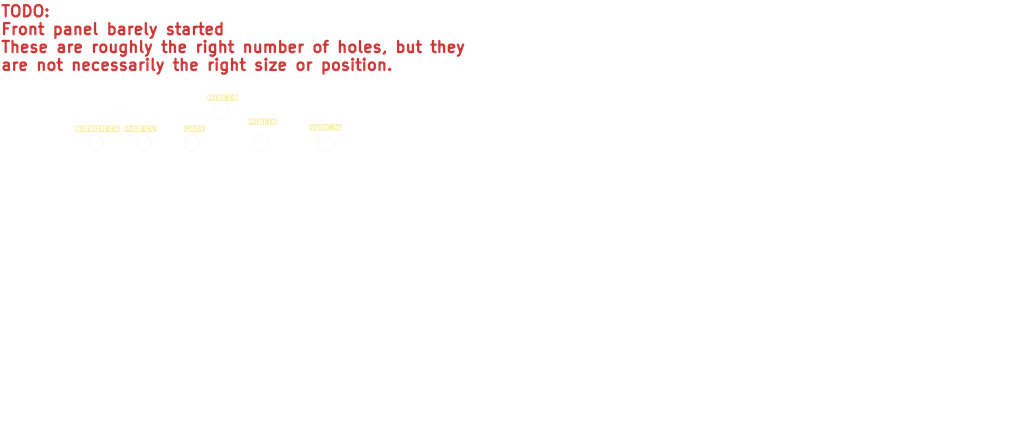
<source format=kicad_pcb>
(kicad_pcb (version 20221018) (generator pcbnew)

  (general
    (thickness 1.6)
  )

  (paper "A4")
  (title_block
    (title "Ribbon Controller Jack Panel")
    (date "2023-03-29")
    (rev "0")
    (comment 1 "creativecommons.org/licenses/by/4.0/")
    (comment 2 "License: CC by 4.0")
    (comment 3 "Author: Jordan Aceto")
  )

  (layers
    (0 "F.Cu" signal)
    (31 "B.Cu" signal)
    (32 "B.Adhes" user "B.Adhesive")
    (33 "F.Adhes" user "F.Adhesive")
    (34 "B.Paste" user)
    (35 "F.Paste" user)
    (36 "B.SilkS" user "B.Silkscreen")
    (37 "F.SilkS" user "F.Silkscreen")
    (38 "B.Mask" user)
    (39 "F.Mask" user)
    (40 "Dwgs.User" user "User.Drawings")
    (41 "Cmts.User" user "User.Comments")
    (42 "Eco1.User" user "User.Eco1")
    (43 "Eco2.User" user "User.Eco2")
    (44 "Edge.Cuts" user)
    (45 "Margin" user)
    (46 "B.CrtYd" user "B.Courtyard")
    (47 "F.CrtYd" user "F.Courtyard")
    (48 "B.Fab" user)
    (49 "F.Fab" user)
  )

  (setup
    (stackup
      (layer "F.SilkS" (type "Top Silk Screen"))
      (layer "F.Paste" (type "Top Solder Paste"))
      (layer "F.Mask" (type "Top Solder Mask") (thickness 0.01))
      (layer "F.Cu" (type "copper") (thickness 0.035))
      (layer "dielectric 1" (type "core") (thickness 1.51) (material "FR4") (epsilon_r 4.5) (loss_tangent 0.02))
      (layer "B.Cu" (type "copper") (thickness 0.035))
      (layer "B.Mask" (type "Bottom Solder Mask") (thickness 0.01))
      (layer "B.Paste" (type "Bottom Solder Paste"))
      (layer "B.SilkS" (type "Bottom Silk Screen"))
      (copper_finish "None")
      (dielectric_constraints no)
    )
    (pad_to_mask_clearance 0)
    (pcbplotparams
      (layerselection 0x00010fc_ffffffff)
      (plot_on_all_layers_selection 0x0000000_00000000)
      (disableapertmacros false)
      (usegerberextensions true)
      (usegerberattributes false)
      (usegerberadvancedattributes false)
      (creategerberjobfile false)
      (dashed_line_dash_ratio 12.000000)
      (dashed_line_gap_ratio 3.000000)
      (svgprecision 6)
      (plotframeref false)
      (viasonmask false)
      (mode 1)
      (useauxorigin false)
      (hpglpennumber 1)
      (hpglpenspeed 20)
      (hpglpendiameter 15.000000)
      (dxfpolygonmode true)
      (dxfimperialunits true)
      (dxfusepcbnewfont true)
      (psnegative false)
      (psa4output false)
      (plotreference true)
      (plotvalue false)
      (plotinvisibletext false)
      (sketchpadsonfab false)
      (subtractmaskfromsilk true)
      (outputformat 1)
      (mirror false)
      (drillshape 0)
      (scaleselection 1)
      (outputdirectory "../construction_docs/gerbers/")
    )
  )

  (net 0 "")

  (gr_line (start 86.36 167.64) (end 86.36 231.14)
    (stroke (width 0.1) (type default)) (layer "Dwgs.User") (tstamp 048db2e9-0994-4485-9bfc-eba455ea95c1))
  (gr_line (start 281.94 154.94) (end 281.94 231.14)
    (stroke (width 0.1) (type solid)) (layer "Dwgs.User") (tstamp 0f86c6a1-a565-43e7-83d0-cfd15f8a688d))
  (gr_rect (start 372.745 188.966974) (end 383.54 201.031974)
    (stroke (width 0.1) (type solid)) (fill none) (layer "Dwgs.User") (tstamp 15f85256-32a6-40aa-bd1b-934d75690dfd))
  (gr_rect (start 461.645 188.966974) (end 472.44 201.031974)
    (stroke (width 0.1) (type solid)) (fill none) (layer "Dwgs.User") (tstamp 1ec8fc6f-8370-4579-8c36-78e4866bfdbb))
  (gr_rect (start 474.345 188.966974) (end 485.14 201.031974)
    (stroke (width 0.1) (type solid)) (fill solid) (layer "Dwgs.User") (tstamp 247f69db-bdf1-4856-90bc-7e5300f89827))
  (gr_rect (start 233.045 188.966974) (end 243.84 201.031974)
    (stroke (width 0.1) (type solid)) (fill solid) (layer "Dwgs.User") (tstamp 29f65375-3d65-491d-bb25-a636e6fdb767))
  (gr_rect (start 436.245 188.966974) (end 447.04 201.031974)
    (stroke (width 0.1) (type solid)) (fill none) (layer "Dwgs.User") (tstamp 393b5ece-3884-40be-8c20-f1fd96d23e5c))
  (gr_rect (start 448.945 188.966974) (end 459.74 201.031974)
    (stroke (width 0.1) (type solid)) (fill solid) (layer "Dwgs.User") (tstamp 40e76fba-1bdf-42bf-af6e-aab874f166e1))
  (gr_rect (start 194.945 188.966974) (end 205.74 201.031974)
    (stroke (width 0.1) (type solid)) (fill none) (layer "Dwgs.User") (tstamp 48039863-e098-4d4b-91ad-0d9a84e0ef7f))
  (gr_rect (start 93.345 188.966974) (end 104.14 201.031974)
    (stroke (width 0.1) (type solid)) (fill solid) (layer "Dwgs.User") (tstamp 4898a9d5-ccb4-440b-a2e2-4a99068ed8f6))
  (gr_line (start 495.935 167.64) (end 495.935 231.14)
    (stroke (width 0.1) (type solid)) (layer "Dwgs.User") (tstamp 4ba1223f-3b06-44ae-98f7-d1288302af0e))
  (gr_rect (start 106.045 188.966974) (end 116.84 201.031974)
    (stroke (width 0.1) (type solid)) (fill none) (layer "Dwgs.User") (tstamp 4d0bd828-e05c-4494-985a-d2f1befc54d8))
  (gr_rect (start 131.445 188.966974) (end 142.24 201.031974)
    (stroke (width 0.1) (type solid)) (fill none) (layer "Dwgs.User") (tstamp 53ff3d76-225f-4110-a916-a35e893ccf19))
  (gr_rect (start 385.445 188.966974) (end 396.24 201.031974)
    (stroke (width 0.1) (type solid)) (fill solid) (layer "Dwgs.User") (tstamp 54093188-d6e4-4fd3-9ee0-e8db5c6ce9a3))
  (gr_rect (start 360.045 188.966974) (end 370.84 201.031974)
    (stroke (width 0.1) (type solid)) (fill solid) (layer "Dwgs.User") (tstamp 55d065f2-a659-4b3d-8dbb-f10772d48113))
  (gr_rect (start 309.245 188.966974) (end 320.04 201.031974)
    (stroke (width 0.1) (type solid)) (fill none) (layer "Dwgs.User") (tstamp 5d27afdc-18c5-4654-a528-042ea9aadad5))
  (gr_circle (center 99.06 173.355) (end 105.31 173.355)
    (stroke (width 0.15) (type solid)) (fill none) (layer "Dwgs.User") (tstamp 85000f4a-ae97-4aaa-8143-6d5ec9593261))
  (gr_rect (start 334.645 188.966974) (end 345.44 201.031974)
    (stroke (width 0.1) (type solid)) (fill solid) (layer "Dwgs.User") (tstamp 877d760f-826c-43a9-ac3c-daa82cda91f3))
  (gr_rect (start 487.045 188.966974) (end 497.84 201.031974)
    (stroke (width 0.1) (type solid)) (fill solid) (layer "Dwgs.User") (tstamp 894a4f25-85ba-4a8c-b568-7e9afd4e6aa3))
  (gr_rect (start 283.845 188.966974) (end 294.64 201.031974)
    (stroke (width 0.1) (type solid)) (fill none) (layer "Dwgs.User") (tstamp 900e60d5-8ad0-4cc9-a016-e0b585806d8e))
  (gr_rect (start 144.145 188.966974) (end 154.94 201.031974)
    (stroke (width 0.1) (type solid)) (fill solid) (layer "Dwgs.User") (tstamp 91a83249-26a0-4f75-8994-fb3c25f45afd))
  (gr_line (start 54.61 193.04) (end 511.81 193.04)
    (stroke (width 0.1) (type default)) (layer "Dwgs.User") (tstamp 9393fbf9-d76d-4dea-b44b-7c5329a6e8fb))
  (gr_rect (start 182.245 188.966974) (end 193.04 201.031974)
    (stroke (width 0.1) (type solid)) (fill solid) (layer "Dwgs.User") (tstamp 948d98e3-8512-4df6-b17c-4a68bdbe97f7))
  (gr_rect (start 398.145 188.966974) (end 408.94 201.031974)
    (stroke (width 0.1) (type solid)) (fill solid) (layer "Dwgs.User") (tstamp 9a5fde9e-6f11-44b7-bb5b-5c23325adbeb))
  (gr_rect (start 321.945 188.966974) (end 332.74 201.031974)
    (stroke (width 0.1) (type solid)) (fill solid) (layer "Dwgs.User") (tstamp a0f482b1-f9ac-488b-84b4-b662b02a98e6))
  (gr_line (start 89.535 167.64) (end 89.535 231.14)
    (stroke (width 0.1) (type solid)) (layer "Dwgs.User") (tstamp a2722834-9664-4891-b821-a3bd9845d664))
  (gr_rect (start 347.345 188.966974) (end 358.14 201.031974)
    (stroke (width 0.1) (type solid)) (fill none) (layer "Dwgs.User") (tstamp a404e5ea-c90a-4e45-8da6-be5fc949fff1))
  (gr_rect (start 118.745 188.966974) (end 129.54 201.031974)
    (stroke (width 0.1) (type solid)) (fill solid) (layer "Dwgs.User") (tstamp b6c20082-939a-4928-bb74-58da2f812c21))
  (gr_rect (start 207.645 188.966974) (end 218.44 201.031974)
    (stroke (width 0.1) (type solid)) (fill solid) (layer "Dwgs.User") (tstamp bb560aba-64af-47dd-9534-0b1cce1d8755))
  (gr_rect (start 423.545 188.966974) (end 434.34 201.031974)
    (stroke (width 0.1) (type solid)) (fill solid) (layer "Dwgs.User") (tstamp c35ae00e-6515-4d0e-948d-5a750a34d4e1))
  (gr_rect (start 156.845 188.966974) (end 167.64 201.031974)
    (stroke (width 0.1) (type solid)) (fill none) (layer "Dwgs.User") (tstamp c4cc1233-6db4-48a7-b921-f1828b92628b))
  (gr_rect (start 245.745 188.966974) (end 256.54 201.031974)
    (stroke (width 0.1) (type solid)) (fill solid) (layer "Dwgs.User") (tstamp c51f9db7-2c75-4368-940e-dd35a1cb28ea))
  (gr_line (start 499.11 167.64) (end 499.11 231.14)
    (stroke (width 0.1) (type default)) (layer "Dwgs.User") (tstamp cafd26f9-f024-404b-8e1c-fc165f8c8480))
  (gr_rect (start 296.545 188.966974) (end 307.34 201.031974)
    (stroke (width 0.1) (type solid)) (fill solid) (layer "Dwgs.User") (tstamp d076e851-7021-498e-b5e9-8230e4ffe647))
  (gr_rect (start 169.545 188.966974) (end 180.34 201.031974)
    (stroke (width 0.1) (type solid)) (fill solid) (layer "Dwgs.User") (tstamp d6d87ff4-c660-4a6b-9325-c3c1a6bf5f89))
  (gr_rect (start 258.445 188.966974) (end 269.24 201.031974)
    (stroke (width 0.1) (type solid)) (fill none) (layer "Dwgs.User") (tstamp d835cffb-8744-4cca-8805-f0faf0baff1f))
  (gr_rect (start 410.845 188.966974) (end 421.64 201.031974)
    (stroke (width 0.1) (type solid)) (fill none) (layer "Dwgs.User") (tstamp f30f4553-98c5-4344-9722-4eac2e26de68))
  (gr_rect (start 220.345 188.966974) (end 231.14 201.031974)
    (stroke (width 0.1) (type solid)) (fill none) (layer "Dwgs.User") (tstamp f89c4f77-ec6f-406d-9994-74c096770624))
  (gr_rect (start 271.145 188.966974) (end 281.94 201.031974)
    (stroke (width 0.1) (type solid)) (fill solid) (layer "Dwgs.User") (tstamp ffdeab08-f081-45d7-8e30-9388d437efd5))
  (gr_circle (center 93.98 101.6) (end 97.53 101.6)
    (stroke (width 0.05) (type solid)) (fill none) (layer "Edge.Cuts") (tstamp 21679a59-fde9-416c-a023-23bf42264d14))
  (gr_circle (center 104.775 86.995) (end 106.045 86.995)
    (stroke (width 0.05) (type solid)) (fill none) (layer "Edge.Cuts") (tstamp 2776446d-b51b-470d-a8e9-f6062fb6d331))
  (gr_circle (center 168.275 101.6) (end 171.825 101.6)
    (stroke (width 0.05) (type solid)) (fill none) (layer "Edge.Cuts") (tstamp 2ddb3e2e-74f7-44a1-82cc-ee6a24951af4))
  (gr_circle (center 115.57 101.6) (end 119.12 101.6)
    (stroke (width 0.05) (type solid)) (fill none) (layer "Edge.Cuts") (tstamp 35650005-7693-48d7-a655-d9786a023e0e))
  (gr_circle (center 197.485 101.6) (end 201.035 101.6)
    (stroke (width 0.05) (type solid)) (fill none) (layer "Edge.Cuts") (tstamp 49e7c526-649a-4220-aef7-86ee18b7ecd1))
  (gr_circle (center 150.495 86.995) (end 154.045 86.995)
    (stroke (width 0.05) (type solid)) (fill none) (layer "Edge.Cuts") (tstamp 7725a686-a622-4fef-bcc1-37b70c310be5))
  (gr_circle (center 137.16 101.6) (end 140.71 101.6)
    (stroke (width 0.05) (type solid)) (fill none) (layer "Edge.Cuts") (tstamp c8ef9dd2-3be5-4989-8302-931501ae0721))
  (gr_text "TODO:\nFront panel barely started\nThese are roughly the right number of holes, but they\nare not necessarily the right size or position." (at 50.8 69.215) (layer "F.Cu") (tstamp e3e4681d-4a0c-4b81-b2ab-dff4746fd6ad)
    (effects (font (size 5 5) (thickness 1) bold) (justify left bottom))
  )
  (gr_text "MOD CV" (at 113.665 95.25) (layer "F.SilkS" knockout) (tstamp 27342230-a08d-46a3-a272-f064d0ec3aa7)
    (effects (font (face "Liberation Sans") (size 2.25 2.25) (thickness 0.2) bold))
    (render_cache "MOD CV" 0
      (polygon
        (pts
          (xy 109.389529 96.18375)          (xy 109.389529 94.86209)          (xy 109.389563 94.839593)          (xy 109.389666 94.817165)
          (xy 109.389838 94.794805)          (xy 109.390079 94.772514)          (xy 109.390935 94.745222)          (xy 109.392 94.715477)
          (xy 109.393058 94.687106)          (xy 109.394338 94.653538)          (xy 109.395314 94.628271)          (xy 109.39639 94.600695)
          (xy 109.397564 94.570809)          (xy 109.398837 94.538614)          (xy 109.400209 94.504108)          (xy 109.401679 94.467293)
          (xy 109.403248 94.428168)          (xy 109.404916 94.386733)          (xy 109.398103 94.412521)          (xy 109.391403 94.437815)
          (xy 109.384816 94.462615)          (xy 109.378341 94.486922)          (xy 109.371978 94.510735)          (xy 109.365729 94.534054)
          (xy 109.359592 94.55688)          (xy 109.353568 94.579211)          (xy 109.347657 94.601049)          (xy 109.341858 94.622394)
          (xy 109.330599 94.663601)          (xy 109.31979 94.702834)          (xy 109.309433 94.740091)          (xy 109.299526 94.775374)
          (xy 109.29007 94.808681)          (xy 109.281065 94.840014)          (xy 109.27251 94.869372)          (xy 109.264406 94.896755)
          (xy 109.256754 94.922163)          (xy 109.249551 94.945596)          (xy 109.2428 94.967054)          (xy 108.849875 96.18375)
          (xy 108.525642 96.18375)          (xy 108.132716 94.967054)          (xy 107.967303 94.386733)          (xy 107.968453 94.408924)
          (xy 107.970642 94.451888)          (xy 107.972686 94.492958)          (xy 107.974583 94.532134)          (xy 107.976335 94.569418)
          (xy 107.977941 94.604808)          (xy 107.979401 94.638304)          (xy 107.980714 94.669907)          (xy 107.981882 94.699617)
          (xy 107.982904 94.727434)          (xy 107.98378 94.753357)          (xy 107.98451 94.777387)          (xy 107.985093 94.799523)
          (xy 107.985696 94.829178)          (xy 107.985969 94.854572)          (xy 107.985988 94.86209)          (xy 107.985988 96.18375)
          (xy 107.580972 96.18375)          (xy 107.580972 94.003149)          (xy 108.191518 94.003149)          (xy 108.581146 95.222593)
          (xy 108.615218 95.340196)          (xy 108.689407 95.632554)          (xy 108.786677 95.283043)          (xy 109.187296 94.003149)
          (xy 109.794545 94.003149)          (xy 109.794545 96.18375)
        )
      )
      (polygon
        (pts
          (xy 111.252751 93.96827)          (xy 111.284442 93.969144)          (xy 111.315691 93.970601)          (xy 111.346498 93.972641)
          (xy 111.376863 93.975264)          (xy 111.406785 93.978469)          (xy 111.436265 93.982257)          (xy 111.465303 93.986629)
          (xy 111.493899 93.991583)          (xy 111.522053 93.997119)          (xy 111.549764 94.003239)          (xy 111.577033 94.009941)
          (xy 111.60386 94.017227)          (xy 111.630244 94.025095)          (xy 111.656187 94.033546)          (xy 111.681687 94.042579)
          (xy 111.706745 94.052196)          (xy 111.731361 94.062395)          (xy 111.755535 94.073177)          (xy 111.779266 94.084542)
          (xy 111.802555 94.09649)          (xy 111.825402 94.109021)          (xy 111.847807 94.122134)          (xy 111.869769 94.13583)
          (xy 111.89129 94.15011)          (xy 111.912368 94.164971)          (xy 111.933004 94.180416)          (xy 111.953197 94.196444)
          (xy 111.972949 94.213054)          (xy 111.992258 94.230247)          (xy 112.011125 94.248023)          (xy 112.02955 94.266382)
          (xy 112.047469 94.285215)          (xy 112.06482 94.304481)          (xy 112.081601 94.324181)          (xy 112.097814 94.344315)
          (xy 112.113458 94.364882)          (xy 112.128533 94.385883)          (xy 112.143039 94.407317)          (xy 112.156976 94.429185)
          (xy 112.170344 94.451487)          (xy 112.183144 94.474222)          (xy 112.195375 94.497391)          (xy 112.207036 94.520994)
          (xy 112.218129 94.54503)          (xy 112.228653 94.5695)          (xy 112.238608 94.594403)          (xy 112.247995 94.61974)
          (xy 112.256812 94.645511)          (xy 112.265061 94.671715)          (xy 112.27274 94.698353)          (xy 112.279851 94.725425)
          (xy 112.286393 94.75293)          (xy 112.292366 94.780869)          (xy 112.297771 94.809242)          (xy 112.302606 94.838048)
          (xy 112.306872 94.867287)          (xy 112.31057 94.896961)          (xy 112.313699 94.927068)          (xy 112.316259 94.957608)
          (xy 112.31825 94.988583)          (xy 112.319672 95.019991)          (xy 112.320525 95.051832)          (xy 112.32081 95.084107)
          (xy 112.320284 95.126512)          (xy 112.318706 95.168274)          (xy 112.316076 95.209391)          (xy 112.312395 95.249864)
          (xy 112.307661 95.289693)          (xy 112.301876 95.328879)          (xy 112.295039 95.36742)          (xy 112.28715 95.405317)
          (xy 112.278209 95.44257)          (xy 112.268216 95.479179)          (xy 112.257172 95.515145)          (xy 112.245075 95.550466)
          (xy 112.231927 95.585143)          (xy 112.217727 95.619176)          (xy 112.202475 95.652566)          (xy 112.186171 95.685311)
          (xy 112.168954 95.717191)          (xy 112.150828 95.748122)          (xy 112.131791 95.778105)          (xy 112.111845 95.807138)
          (xy 112.090988 95.835223)          (xy 112.06922 95.862359)          (xy 112.046543 95.888546)          (xy 112.022955 95.913785)
          (xy 111.998458 95.938074)          (xy 111.97305 95.961415)          (xy 111.946732 95.983807)          (xy 111.919503 96.00525)
          (xy 111.891365 96.025744)          (xy 111.862316 96.04529)          (xy 111.832357 96.063886)          (xy 111.801488 96.081534)
          (xy 111.76984 96.098171)          (xy 111.737543 96.113734)          (xy 111.704599 96.128224)          (xy 111.671005 96.141641)
          (xy 111.636764 96.153984)          (xy 111.601874 96.165254)          (xy 111.566336 96.17545)          (xy 111.53015 96.184574)
          (xy 111.493315 96.192624)          (xy 111.455832 96.1996)          (xy 111.417701 96.205504)          (xy 111.378921 96.210334)
          (xy 111.339494 96.21409)          (xy 111.299418 96.216774)          (xy 111.258693 96.218384)          (xy 111.21732 96.21892)
          (xy 111.185457 96.218624)          (xy 111.154028 96.217736)          (xy 111.123032 96.216254)          (xy 111.09247 96.214181)
          (xy 111.062342 96.211514)          (xy 111.032647 96.208256)          (xy 111.003386 96.204405)          (xy 110.974558 96.199961)
          (xy 110.946164 96.194925)          (xy 110.918204 96.189296)          (xy 110.890677 96.183075)          (xy 110.863584 96.176262)
          (xy 110.836925 96.168856)          (xy 110.810699 96.160857)          (xy 110.784907 96.152267)          (xy 110.759548 96.143083)
          (xy 110.734623 96.133307)          (xy 110.710132 96.122939)          (xy 110.686074 96.111978)          (xy 110.66245 96.100425)
          (xy 110.63926 96.088279)          (xy 110.616503 96.07554)          (xy 110.59418 96.06221)          (xy 110.57229 96.048286)
          (xy 110.550834 96.033771)          (xy 110.529812 96.018662)          (xy 110.509223 96.002962)          (xy 110.489068 95.986668)
          (xy 110.469347 95.969783)          (xy 110.450059 95.952305)          (xy 110.431205 95.934234)          (xy 110.412784 95.915571)
          (xy 110.394865 95.896359)          (xy 110.377515 95.87671)          (xy 110.360733 95.856624)          (xy 110.344521 95.836101)
          (xy 110.328877 95.815142)          (xy 110.313802 95.793745)          (xy 110.299296 95.771912)          (xy 110.285358 95.749642)
          (xy 110.27199 95.726935)          (xy 110.259191 95.703792)          (xy 110.24696 95.680211)          (xy 110.235298 95.656194)
          (xy 110.224205 95.631739)          (xy 110.213681 95.606848)          (xy 110.203726 95.58152)          (xy 110.19434 95.555755)
          (xy 110.185522 95.529554)          (xy 110.177274 95.502915)          (xy 110.169594 95.47584)          (xy 110.162483 95.448328)
          (xy 110.155941 95.420379)          (xy 110.149968 95.391993)          (xy 110.144564 95.36317)          (xy 110.139729 95.33391)
          (xy 110.135462 95.304214)          (xy 110.131764 95.274081)          (xy 110.128636 95.24351)          (xy 110.126076 95.212504)
          (xy 110.124085 95.18106)          (xy 110.122663 95.149179)          (xy 110.121809 95.116862)          (xy 110.121525 95.084107)
          (xy 110.580946 95.084107)          (xy 110.581112 95.106489)          (xy 110.581611 95.128573)          (xy 110.583608 95.171846)
          (xy 110.586935 95.213925)          (xy 110.591593 95.25481)          (xy 110.597582 95.294502)          (xy 110.604902 95.333)
          (xy 110.613554 95.370305)          (xy 110.623536 95.406416)          (xy 110.634848 95.441334)          (xy 110.647492 95.475058)
          (xy 110.661467 95.507588)          (xy 110.676773 95.538925)          (xy 110.69341 95.569069)          (xy 110.711377 95.598019)
          (xy 110.730676 95.625775)          (xy 110.751305 95.652338)          (xy 110.773156 95.677493)          (xy 110.795981 95.701025)
          (xy 110.819782 95.722933)          (xy 110.844556 95.743219)          (xy 110.870305 95.761882)          (xy 110.897029 95.778923)
          (xy 110.924728 95.79434)          (xy 110.953401 95.808135)          (xy 110.983048 95.820306)          (xy 111.013671 95.830855)
          (xy 111.045267 95.839781)          (xy 111.077839 95.847084)          (xy 111.111385 95.852764)          (xy 111.145905 95.856821)
          (xy 111.1814 95.859255)          (xy 111.21787 95.860067)          (xy 111.255518 95.859277)          (xy 111.292076 95.856907)
          (xy 111.327543 95.852957)          (xy 111.36192 95.847427)          (xy 111.395206 95.840317)          (xy 111.427402 95.831628)
          (xy 111.458507 95.821358)          (xy 111.488522 95.809508)          (xy 111.517446 95.796079)          (xy 111.545279 95.781069)
          (xy 111.572023 95.76448)          (xy 111.597675 95.746311)          (xy 111.622237 95.726561)          (xy 111.645709 95.705232)
          (xy 111.66809 95.682323)          (xy 111.689381 95.657834)          (xy 111.709544 95.631893)          (xy 111.728407 95.604631)
          (xy 111.745969 95.576046)          (xy 111.76223 95.546138)          (xy 111.77719 95.514909)          (xy 111.790849 95.482357)
          (xy 111.803208 95.448482)          (xy 111.814265 95.413285)          (xy 111.824022 95.376766)          (xy 111.832478 95.338925)
          (xy 111.839632 95.299761)          (xy 111.845486 95.259275)          (xy 111.850039 95.217467)          (xy 111.853292 95.174336)
          (xy 111.85443 95.152275)          (xy 111.855243 95.129883)          (xy 111.855731 95.10716)          (xy 111.855893 95.084107)
          (xy 111.85573 95.062103)          (xy 111.854425 95.018994)          (xy 111.851815 94.977082)          (xy 111.847899 94.936369)
          (xy 111.842678 94.896853)          (xy 111.836153 94.858535)          (xy 111.828322 94.821415)          (xy 111.819185 94.785493)
          (xy 111.808744 94.750768)          (xy 111.796997 94.717241)          (xy 111.783946 94.684913)          (xy 111.769589 94.653782)
          (xy 111.753927 94.623849)          (xy 111.736959 94.595113)          (xy 111.718687 94.567576)          (xy 111.699109 94.541236)
          (xy 111.688831 94.528516)          (xy 111.667489 94.504093)          (xy 111.645091 94.481246)          (xy 111.621636 94.459975)
          (xy 111.597126 94.440279)          (xy 111.571559 94.422159)          (xy 111.544936 94.405615)          (xy 111.517257 94.390646)
          (xy 111.488522 94.377253)          (xy 111.45873 94.365436)          (xy 111.427883 94.355194)          (xy 111.395979 94.346528)
          (xy 111.363019 94.339437)          (xy 111.329003 94.333923)          (xy 111.293931 94.329983)          (xy 111.257802 94.32762)
          (xy 111.220618 94.326832)          (xy 111.182899 94.327614)          (xy 111.146266 94.329958)          (xy 111.110719 94.333865)
          (xy 111.076259 94.339334)          (xy 111.042885 94.346367)          (xy 111.010597 94.354962)          (xy 110.979395 94.36512)
          (xy 110.949279 94.376841)          (xy 110.92025 94.390124)          (xy 110.892307 94.404971)          (xy 110.86545 94.42138)
          (xy 110.839679 94.439352)          (xy 110.814995 94.458886)          (xy 110.791396 94.479984)          (xy 110.768884 94.502644)
          (xy 110.747458 94.526867)          (xy 110.727295 94.552421)          (xy 110.708432 94.579211)          (xy 110.69087 94.607238)
          (xy 110.674609 94.636502)          (xy 110.659649 94.667001)          (xy 110.64599 94.698738)          (xy 110.633631 94.731711)
          (xy 110.622574 94.76592)          (xy 110.612817 94.801366)          (xy 110.604362 94.838048)          (xy 110.597207 94.875966)
          (xy 110.591353 94.915122)          (xy 110.5868 94.955513)          (xy 110.583547 94.997141)          (xy 110.581596 95.040006)
          (xy 110.580946 95.084107)          (xy 110.121525 95.084107)          (xy 110.121808 95.05143)          (xy 110.122658 95.019205)
          (xy 110.124075 94.987433)          (xy 110.126059 94.956114)          (xy 110.128609 94.925249)          (xy 110.131726 94.894836)
          (xy 110.13541 94.864876)          (xy 110.13966 94.835369)          (xy 110.144477 94.806315)          (xy 110.149861 94.777714)
          (xy 110.155811 94.749565)          (xy 110.162329 94.72187)          (xy 110.169413 94.694628)          (xy 110.177063 94.667839)
          (xy 110.185281 94.641502)          (xy 110.194065 94.615619)          (xy 110.203416 94.590188)          (xy 110.213333 94.565211)
          (xy 110.223818 94.540686)          (xy 110.234869 94.516615)          (xy 110.246487 94.492996)          (xy 110.258671 94.46983)
          (xy 110.271422 94.447117)          (xy 110.28474 94.424858)          (xy 110.298625 94.403051)          (xy 110.313076 94.381697)
          (xy 110.328094 94.360796)          (xy 110.343679 94.340348)          (xy 110.359831 94.320352)          (xy 110.376549 94.30081)
          (xy 110.393834 94.281721)          (xy 110.411685 94.263085)          (xy 110.430077 94.244929)          (xy 110.448913 94.227349)
          (xy 110.468193 94.210346)          (xy 110.487918 94.193919)          (xy 110.508087 94.178069)          (xy 110.5287 94.162795)
          (xy 110.549758 94.148097)          (xy 110.57126 94.133976)          (xy 110.593206 94.120431)          (xy 110.615597 94.107462)
          (xy 110.638432 94.09507)          (xy 110.661712 94.083254)          (xy 110.685436 94.072015)          (xy 110.709604 94.061352)
          (xy 110.734217 94.051265)          (xy 110.759274 94.041755)          (xy 110.784775 94.032821)          (xy 110.81072 94.024464)
          (xy 110.837111 94.016682)          (xy 110.863945 94.009478)          (xy 110.891224 94.002849)          (xy 110.918947 93.996797)
          (xy 110.947114 93.991322)          (xy 110.975726 93.986423)          (xy 111.004782 93.9821)          (xy 111.034283 93.978353)
          (xy 111.064228 93.975183)          (xy 111.094617 93.972589)          (xy 111.125451 93.970572)          (xy 111.156729 93.969131)
          (xy 111.188451 93.968267)          (xy 111.220618 93.967978)
        )
      )
      (polygon
        (pts
          (xy 113.474923 94.003421)          (xy 113.508575 94.004236)          (xy 113.54174 94.005593)          (xy 113.574419 94.007494)
          (xy 113.606612 94.009938)          (xy 113.638319 94.012925)          (xy 113.66954 94.016455)          (xy 113.700274 94.020529)
          (xy 113.730522 94.025145)          (xy 113.760284 94.030305)          (xy 113.78956 94.036007)          (xy 113.818349 94.042253)
          (xy 113.846653 94.049042)          (xy 113.87447 94.056374)          (xy 113.9018 94.064249)          (xy 113.928645 94.072667)
          (xy 113.955003 94.081628)          (xy 113.980876 94.091133)          (xy 114.006261 94.10118)          (xy 114.031161 94.111771)
          (xy 114.055575 94.122904)          (xy 114.079502 94.134581)          (xy 114.102943 94.146801)          (xy 114.125898 94.159564)
          (xy 114.148366 94.17287)          (xy 114.170349 94.186719)          (xy 114.191845 94.201112)          (xy 114.212855 94.216047)
          (xy 114.233379 94.231526)          (xy 114.253416 94.247547)          (xy 114.272968 94.264112)          (xy 114.292033 94.28122)
          (xy 114.310594 94.2988)          (xy 114.328567 94.31685)          (xy 114.34595 94.335371)          (xy 114.362744 94.354361)
          (xy 114.378948 94.373822)          (xy 114.394564 94.393752)          (xy 114.40959 94.414153)          (xy 114.424027 94.435024)
          (xy 114.437874 94.456365)          (xy 114.451133 94.478176)          (xy 114.463802 94.500458)          (xy 114.475882 94.523209)
          (xy 114.487372 94.546431)          (xy 114.498273 94.570122)          (xy 114.508586 94.594284)          (xy 114.518308 94.618916)
          (xy 114.527442 94.644018)          (xy 114.535986 94.66959)          (xy 114.543941 94.695633)          (xy 114.551307 94.722145)
          (xy 114.558083 94.749127)          (xy 114.564271 94.77658)          (xy 114.569869 94.804503)          (xy 114.574877 94.832896)
          (xy 114.579297 94.861759)          (xy 114.583127 94.891092)          (xy 114.586368 94.920895)          (xy 114.589019 94.951168)
          (xy 114.591082 94.981912)          (xy 114.592555 95.013125)          (xy 114.593439 95.044809)          (xy 114.593734 95.076963)
          (xy 114.593216 95.118806)          (xy 114.591664 95.159979)          (xy 114.589077 95.200482)          (xy 114.585456 95.240316)
          (xy 114.5808 95.279479)          (xy 114.575109 95.317973)          (xy 114.568384 95.355798)          (xy 114.560623 95.392952)
          (xy 114.551828 95.429437)          (xy 114.541999 95.465252)          (xy 114.531135 95.500397)          (xy 114.519236 95.534873)
          (xy 114.506302 95.568678)          (xy 114.492334 95.601814)          (xy 114.477331 95.63428)          (xy 114.461293 95.666077)
          (xy 114.444377 95.697075)          (xy 114.426603 95.727145)          (xy 114.40797 95.756288)          (xy 114.388478 95.784504)
          (xy 114.368128 95.811792)          (xy 114.346919 95.838154)          (xy 114.324851 95.863587)          (xy 114.301924 95.888094)
          (xy 114.278139 95.911673)          (xy 114.253496 95.934324)          (xy 114.227993 95.956048)          (xy 114.201632 95.976845)
          (xy 114.174412 95.996715)          (xy 114.146334 96.015657)          (xy 114.117397 96.033672)          (xy 114.087601 96.050759)
          (xy 114.057099 96.066864)          (xy 114.026044 96.081929)          (xy 113.994434 96.095955)          (xy 113.96227 96.108942)
          (xy 113.929553 96.120891)          (xy 113.896282 96.1318)          (xy 113.862457 96.141671)          (xy 113.828078 96.150502)
          (xy 113.793145 96.158294)          (xy 113.757659 96.165048)          (xy 113.721618 96.170762)          (xy 113.685024 96.175438)
          (xy 113.647876 96.179074)          (xy 113.610174 96.181672)          (xy 113.571919 96.18323)          (xy 113.533109 96.18375)
          (xy 112.652186 96.18375)          (xy 112.652186 94.355409)          (xy 113.10831 94.355409)          (xy 113.10831 95.83149)
          (xy 113.494641 95.83149)          (xy 113.530919 95.830698)          (xy 113.566254 95.828322)          (xy 113.600643 95.824361)
          (xy 113.634088 95.818816)          (xy 113.666589 95.811687)          (xy 113.698145 95.802974)          (xy 113.728756 95.792676)
          (xy 113.758423 95.780795)          (xy 113.787145 95.767329)          (xy 113.814923 95.752278)          (xy 113.841757 95.735644)
          (xy 113.867645 95.717425)          (xy 113.89259 95.697622)          (xy 113.916589 95.676235)          (xy 113.939645 95.653263)
          (xy 113.961755 95.628708)          (xy 113.982717 95.602789)          (xy 114.002327 95.575728)          (xy 114.020585 95.547525)
          (xy 114.03749 95.51818)          (xy 114.053042 95.487693)          (xy 114.067242 95.456064)          (xy 114.08009 95.423293)
          (xy 114.091586 95.38938)          (xy 114.101729 95.354325)          (xy 114.110519 95.318128)          (xy 114.117957 95.280789)
          (xy 114.124043 95.242308)          (xy 114.128777 95.202685)          (xy 114.132158 95.161919)          (xy 114.134186 95.120012)
          (xy 114.134862 95.076963)          (xy 114.13415 95.033716)          (xy 114.132012 94.991766)          (xy 114.128448 94.951113)
          (xy 114.123459 94.911756)          (xy 114.117045 94.873695)          (xy 114.109205 94.836931)          (xy 114.09994 94.801464)
          (xy 114.08925 94.767294)          (xy 114.077134 94.73442)          (xy 114.063593 94.702842)          (xy 114.048626 94.672561)
          (xy 114.032235 94.643577)          (xy 114.014417 94.615889)          (xy 113.995174 94.589498)          (xy 113.974506 94.564404)
          (xy 113.952413 94.540606)          (xy 113.928997 94.51818)          (xy 113.904362 94.4972)          (xy 113.878507 94.477668)
          (xy 113.851434 94.459582)          (xy 113.823141 94.442943)          (xy 113.793628 94.427751)          (xy 113.762897 94.414006)
          (xy 113.730946 94.401708)          (xy 113.697775 94.390856)          (xy 113.663386 94.381452)          (xy 113.627777 94.373494)
          (xy 113.590949 94.366983)          (xy 113.552901 94.361919)          (xy 113.513634 94.358302)          (xy 113.473148 94.356132)
          (xy 113.431443 94.355409)          (xy 113.10831 94.355409)          (xy 112.652186 94.355409)          (xy 112.652186 94.003149)
          (xy 113.440785 94.003149)
        )
      )
      (polygon
        (pts
          (xy 116.817198 95.860067)          (xy 116.842746 95.859661)          (xy 116.867802 95.858446)          (xy 116.892364 95.85642)
          (xy 116.916434 95.853584)          (xy 116.940012 95.849937)          (xy 116.963096 95.84548)          (xy 116.985688 95.840213)
          (xy 117.007788 95.834135)          (xy 117.029395 95.827247)          (xy 117.050509 95.819548)          (xy 117.07113 95.81104)
          (xy 117.091259 95.80172)          (xy 117.110895 95.791591)          (xy 117.130038 95.780651)          (xy 117.148689 95.7689)
          (xy 117.166847 95.75634)          (xy 117.184513 95.742969)          (xy 117.201685 95.728787)          (xy 117.218366 95.713796)
          (xy 117.234553 95.697993)          (xy 117.250248 95.681381)          (xy 117.26545 95.663958)          (xy 117.280159 95.645725)
          (xy 117.294376 95.626681)          (xy 117.3081 95.606827)          (xy 117.321332 95.586163)          (xy 117.334071 95.564688)
          (xy 117.346317 95.542403)          (xy 117.358071 95.519308)          (xy 117.369331 95.495402)          (xy 117.3801 95.470686)
          (xy 117.390375 95.445159)          (xy 117.787697 95.595185)          (xy 117.771222 95.634051)          (xy 117.753806 95.67165)
          (xy 117.73545 95.707982)          (xy 117.716153 95.743048)          (xy 117.695917 95.776847)          (xy 117.67474 95.80938)
          (xy 117.652623 95.840646)          (xy 117.629565 95.870645)          (xy 117.605568 95.899379)          (xy 117.58063 95.926845)
          (xy 117.554752 95.953045)          (xy 117.527934 95.977979)          (xy 117.500175 96.001646)          (xy 117.471476 96.024046)
          (xy 117.441837 96.04518)          (xy 117.411258 96.065047)          (xy 117.379893 96.083681)          (xy 117.34776 96.101111)
          (xy 117.314858 96.11734)          (xy 117.281187 96.132367)          (xy 117.246748 96.146191)          (xy 117.211541 96.158814)
          (xy 117.175565 96.170234)          (xy 117.13882 96.180452)          (xy 117.101307 96.189468)          (xy 117.063026 96.197282)
          (xy 117.023976 96.203894)          (xy 116.984157 96.209303)          (xy 116.94357 96.213511)          (xy 116.902215 96.216516)
          (xy 116.860091 96.218319)          (xy 116.817198 96.21892)          (xy 116.784562 96.218629)          (xy 116.752393 96.217753)
          (xy 116.72069 96.216293)          (xy 116.689455 96.214249)          (xy 116.658686 96.211622)          (xy 116.628384 96.20841)
          (xy 116.598549 96.204615)          (xy 116.569181 96.200236)          (xy 116.54028 96.195273)          (xy 116.511846 96.189726)
          (xy 116.483879 96.183595)          (xy 116.456378 96.17688)          (xy 116.429345 96.169582)          (xy 116.402778 96.161699)
          (xy 116.376678 96.153233)          (xy 116.351046 96.144182)          (xy 116.32588 96.134548)          (xy 116.301181 96.12433)
          (xy 116.276949 96.113528)          (xy 116.253183 96.102142)          (xy 116.229885 96.090172)          (xy 116.207054 96.077618)
          (xy 116.184689 96.064481)          (xy 116.162792 96.050759)          (xy 116.141361 96.036454)          (xy 116.120397 96.021565)
          (xy 116.0999 96.006091)          (xy 116.07987 95.990034)          (xy 116.060307 95.973393)          (xy 116.041211 95.956169)
          (xy 116.022582 95.93836)          (xy 116.004419 95.919967)          (xy 115.986804 95.90105)          (xy 115.969748 95.881669)
          (xy 115.953252 95.861822)          (xy 115.937314 95.841511)          (xy 115.921936 95.820735)          (xy 115.907117 95.799494)
          (xy 115.892858 95.777789)          (xy 115.879157 95.755619)          (xy 115.866016 95.732984)          (xy 115.853433 95.709884)
          (xy 115.841411 95.686319)          (xy 115.829947 95.66229)          (xy 115.819042 95.637796)          (xy 115.808697 95.612837)
          (xy 115.798911 95.587414)          (xy 115.789684 95.561526)          (xy 115.781016 95.535173)          (xy 115.772908 95.508355)
          (xy 115.765358 95.481072)          (xy 115.758368 95.453325)          (xy 115.751937 95.425113)          (xy 115.746066 95.396436)
          (xy 115.740753 95.367295)          (xy 115.736 95.337688)          (xy 115.731806 95.307617)          (xy 115.728171 95.277082)
          (xy 115.725096 95.246081)          (xy 115.722579 95.214616)          (xy 115.720622 95.182686)          (xy 115.719224 95.150291)
          (xy 115.718385 95.117431)          (xy 115.718106 95.084107)          (xy 115.718375 95.050692)          (xy 115.719185 95.017764)
          (xy 115.720535 94.985326)          (xy 115.722425 94.953375)          (xy 115.724854 94.921913)          (xy 115.727823 94.890939)
          (xy 115.731333 94.860454)          (xy 115.735382 94.830457)          (xy 115.739971 94.800949)          (xy 115.7451 94.771928)
          (xy 115.750769 94.743396)          (xy 115.756977 94.715353)          (xy 115.763726 94.687798)          (xy 115.771014 94.660731)
          (xy 115.778843 94.634153)          (xy 115.787211 94.608063)          (xy 115.796119 94.582461)          (xy 115.805567 94.557348)
          (xy 115.815555 94.532723)          (xy 115.826083 94.508586)          (xy 115.83715 94.484938)          (xy 115.848758 94.461778)
          (xy 115.860905 94.439107)          (xy 115.873593 94.416923)          (xy 115.88682 94.395229)          (xy 115.900587 94.374022)
          (xy 115.914894 94.353304)          (xy 115.929741 94.333075)          (xy 115.945128 94.313333)          (xy 115.961054 94.294081)
          (xy 115.977521 94.275316)          (xy 115.994527 94.25704)          (xy 116.012081 94.239256)          (xy 116.030119 94.222036)
          (xy 116.048643 94.205381)          (xy 116.067651 94.189291)          (xy 116.087145 94.173765)          (xy 116.107124 94.158804)
          (xy 116.127588 94.144407)          (xy 116.148538 94.130575)          (xy 116.169972 94.117308)          (xy 116.191892 94.104605)
          (xy 116.214297 94.092467)          (xy 116.237186 94.080893)          (xy 116.260561 94.069884)          (xy 116.284422 94.059439)
          (xy 116.308767 94.049559)          (xy 116.333597 94.040244)          (xy 116.358913 94.031493)          (xy 116.384714 94.023307)
          (xy 116.411 94.015685)          (xy 116.437771 94.008628)          (xy 116.465027 94.002135)          (xy 116.492768 93.996207)
          (xy 116.520995 93.990844)          (xy 116.549707 93.986045)          (xy 116.578903 93.98181)          (xy 116.608585 93.978141)
          (xy 116.638752 93.975036)          (xy 116.669405 93.972495)          (xy 116.700542 93.970519)          (xy 116.732165 93.969108)
          (xy 116.764272 93.968261)          (xy 116.796865 93.967978)          (xy 116.8207 93.968126)          (xy 116.844257 93.968569)
          (xy 116.867536 93.969307)          (xy 116.890537 93.97034)          (xy 116.91326 93.971668)          (xy 116.935705 93.973291)
          (xy 116.957872 93.97521)          (xy 116.979761 93.977424)          (xy 117.022705 93.982737)          (xy 117.064537 93.98923)
          (xy 117.105257 93.996905)          (xy 117.144865 94.00576)          (xy 117.183362 94.015795)          (xy 117.220746 94.027012)
          (xy 117.257018 94.039409)          (xy 117.292178 94.052986)          (xy 117.326226 94.067745)          (xy 117.359163 94.083684)
          (xy 117.390987 94.100803)          (xy 117.421699 94.119104)          (xy 117.451293 94.13855)          (xy 117.479762 94.159109)
          (xy 117.507107 94.18078)          (xy 117.533326 94.203562)          (xy 117.55842 94.227457)          (xy 117.58239 94.252463)
          (xy 117.605235 94.278582)          (xy 117.626955 94.305812)          (xy 117.64755 94.334154)          (xy 117.66702 94.363609)
          (xy 117.685366 94.394175)          (xy 117.702586 94.425854)          (xy 117.718682 94.458644)          (xy 117.733653 94.492546)
          (xy 117.747499 94.52756)          (xy 117.76022 94.563687)          (xy 117.357952 94.671398)          (xy 117.34751 94.642297)
          (xy 117.335348 94.614346)          (xy 117.321466 94.587544)          (xy 117.305865 94.561892)          (xy 117.288545 94.53739)
          (xy 117.269505 94.514036)          (xy 117.248746 94.491833)          (xy 117.226267 94.470779)          (xy 117.202069 94.450875)
          (xy 117.176151 94.43212)          (xy 117.157917 94.420255)          (xy 117.12952 94.403559)          (xy 117.100176 94.388506)
          (xy 117.080088 94.379383)          (xy 117.059578 94.370989)          (xy 117.038648 94.363326)          (xy 117.017298 94.356392)
          (xy 116.995526 94.350188)          (xy 116.973334 94.344714)          (xy 116.950721 94.33997)          (xy 116.927687 94.335956)
          (xy 116.904233 94.332671)          (xy 116.880358 94.330117)          (xy 116.856062 94.328292)          (xy 116.831345 94.327197)
          (xy 116.806207 94.326832)          (xy 116.768183 94.327586)          (xy 116.731323 94.329846)          (xy 116.695626 94.333614)
          (xy 116.661093 94.338888)          (xy 116.627723 94.345669)          (xy 116.595516 94.353957)          (xy 116.564474 94.363753)
          (xy 116.534594 94.375055)          (xy 116.505878 94.387864)          (xy 116.478326 94.40218)          (xy 116.451937 94.418003)
          (xy 116.426711 94.435333)          (xy 116.402649 94.45417)          (xy 116.379751 94.474514)          (xy 116.358016 94.496365)
          (xy 116.337444 94.519723)          (xy 116.318079 94.544532)          (xy 116.299964 94.570736)          (xy 116.283097 94.598336)
          (xy 116.26748 94.627331)          (xy 116.253113 94.657721)          (xy 116.239994 94.689507)          (xy 116.228125 94.722688)
          (xy 116.217506 94.757264)          (xy 116.208136 94.793236)          (xy 116.200015 94.830603)          (xy 116.193143 94.869365)
          (xy 116.187521 94.909523)          (xy 116.183148 94.951076)          (xy 116.180025 94.994024)          (xy 116.178932 95.016022)
          (xy 116.178151 95.038368)          (xy 116.177682 95.061063)          (xy 116.177526 95.084107)          (xy 116.177687 95.107563)
          (xy 116.178168 95.130668)          (xy 116.17897 95.153424)          (xy 116.180094 95.17583)          (xy 116.181538 95.197886)
          (xy 116.185389 95.240948)          (xy 116.190524 95.28261)          (xy 116.196942 95.322873)          (xy 116.204645 95.361736)
          (xy 116.213631 95.3992)          (xy 116.2239 95.435264)          (xy 116.235454 95.469928)          (xy 116.248291 95.503193)
          (xy 116.262411 95.535058)          (xy 116.277816 95.565524)          (xy 116.294504 95.59459)          (xy 116.312476 95.622256)
          (xy 116.331731 95.648522)          (xy 116.341841 95.661131)          (xy 116.363018 95.685221)          (xy 116.385332 95.707756)
          (xy 116.408784 95.728738)          (xy 116.433374 95.748165)          (xy 116.459102 95.766038)          (xy 116.485968 95.782357)
          (xy 116.513971 95.797122)          (xy 116.543112 95.810333)          (xy 116.573391 95.821989)          (xy 116.604807 95.832091)
          (xy 116.637361 95.840639)          (xy 116.671053 95.847633)          (xy 116.705883 95.853073)          (xy 116.74185 95.856958)
          (xy 116.778955 95.85929)
        )
      )
      (polygon
        (pts
          (xy 119.150572 96.18375)          (xy 118.688404 96.18375)          (xy 117.882769 94.003149)          (xy 118.359226 94.003149)
          (xy 118.807106 95.404493)          (xy 118.815207 95.431269)          (xy 118.82385 95.460488)          (xy 118.833033 95.492152)
          (xy 118.839456 95.514619)          (xy 118.846119 95.538173)          (xy 118.853023 95.562812)          (xy 118.860167 95.588538)
          (xy 118.867552 95.615349)          (xy 118.875177 95.643248)          (xy 118.883042 95.672232)          (xy 118.891148 95.702302)
          (xy 118.899494 95.733459)          (xy 118.908081 95.765702)          (xy 118.916908 95.799031)          (xy 118.921412 95.816103)
          (xy 118.953835 95.683113)          (xy 119.032969 95.404493)          (xy 119.479751 94.003149)          (xy 119.951261 94.003149)
        )
      )
    )
  )
  (gr_text "GATE" (at 138.43 95.25) (layer "F.SilkS" knockout) (tstamp 4a2bbb98-8060-4fb3-b9dc-ec2a68cb0a93)
    (effects (font (face "Liberation Sans") (size 2.25 2.25) (thickness 0.2) bold))
    (render_cache "GATE" 0
      (polygon
        (pts
          (xy 135.420134 95.861715)          (xy 135.442346 95.861507)          (xy 135.464467 95.860882)          (xy 135.486498 95.859841)
          (xy 135.508439 95.858384)          (xy 135.541182 95.855416)          (xy 135.573722 95.851512)          (xy 135.606059 95.846671)
          (xy 135.638192 95.840893)          (xy 135.670124 95.834177)          (xy 135.701852 95.826525)          (xy 135.733377 95.817936)
          (xy 135.7647 95.808409)          (xy 135.795357 95.798055)          (xy 135.824682 95.78719)          (xy 135.852673 95.775812)
          (xy 135.879332 95.763922)          (xy 135.904657 95.75152)          (xy 135.928649 95.738606)          (xy 135.951308 95.72518)
          (xy 135.972634 95.711243)          (xy 135.992627 95.696793)          (xy 136.011287 95.681831)          (xy 136.022987 95.671572)
          (xy 136.022987 95.359979)          (xy 135.491026 95.359979)          (xy 135.491026 95.023107)          (xy 136.440092 95.023107)
          (xy 136.440092 95.834788)          (xy 136.418046 95.857014)          (xy 136.395184 95.878631)          (xy 136.371506 95.899638)
          (xy 136.347013 95.920036)          (xy 136.321704 95.939824)          (xy 136.295579 95.959002)          (xy 136.268638 95.977571)
          (xy 136.240882 95.99553)          (xy 136.21231 96.012879)          (xy 136.182922 96.029619)          (xy 136.152718 96.045749)
          (xy 136.121699 96.061269)          (xy 136.089864 96.07618)          (xy 136.057213 96.090481)          (xy 136.023747 96.104173)
          (xy 135.989464 96.117254)          (xy 135.954669 96.129566)          (xy 135.919663 96.141082)          (xy 135.884447 96.151805)
          (xy 135.849021 96.161733)          (xy 135.813384 96.170867)          (xy 135.777537 96.179207)          (xy 135.741479 96.186753)
          (xy 135.705211 96.193504)          (xy 135.668733 96.199461)          (xy 135.632044 96.204624)          (xy 135.595145 96.208992)
          (xy 135.558036 96.212566)          (xy 135.520716 96.215346)          (xy 135.483186 96.217332)          (xy 135.445446 96.218523)
          (xy 135.407495 96.21892)          (xy 135.374521 96.218632)          (xy 135.342026 96.217766)          (xy 135.310009 96.216322)
          (xy 135.278471 96.214301)          (xy 135.247412 96.211702)          (xy 135.216832 96.208526)          (xy 135.18673 96.204773)
          (xy 135.157108 96.200442)          (xy 135.127963 96.195534)          (xy 135.099298 96.190048)          (xy 135.071111 96.183985)
          (xy 135.043403 96.177344)          (xy 135.016174 96.170126)          (xy 134.989423 96.16233)          (xy 134.963151 96.153957)
          (xy 134.937358 96.145006)          (xy 134.912043 96.135479)          (xy 134.887207 96.125373)          (xy 134.86285 96.11469)
          (xy 134.838972 96.10343)          (xy 134.815572 96.091592)          (xy 134.792651 96.079177)          (xy 134.770209 96.066184)
          (xy 134.748245 96.052614)          (xy 134.72676 96.038466)          (xy 134.705754 96.023741)          (xy 134.685226 96.008439)
          (xy 134.665178 95.992559)          (xy 134.645608 95.976101)          (xy 134.626516 95.959067)          (xy 134.607904 95.941454)
          (xy 134.58977 95.923265)          (xy 134.572188 95.904544)          (xy 134.555165 95.885339)          (xy 134.5387 95.865651)
          (xy 134.522794 95.845478)          (xy 134.507445 95.824821)          (xy 134.492654 95.80368)          (xy 134.478422 95.782055)
          (xy 134.464748 95.759946)          (xy 134.451632 95.737353)          (xy 134.439074 95.714276)          (xy 134.427074 95.690715)
          (xy 134.415632 95.666669)          (xy 134.404748 95.64214)          (xy 134.394423 95.617126)          (xy 134.384656 95.591629)
          (xy 134.375446 95.565647)          (xy 134.366795 95.539181)          (xy 134.358702 95.512232)          (xy 134.351168 95.484798)
          (xy 134.344191 95.45688)          (xy 134.337773 95.428478)          (xy 134.331912 95.399592)          (xy 134.32661 95.370222)
          (xy 134.321866 95.340367)          (xy 134.31768 95.310029)          (xy 134.314052 95.279207)          (xy 134.310982 95.2479)
          (xy 134.308471 95.21611)          (xy 134.306517 95.183835)          (xy 134.305122 95.151077)          (xy 134.304285 95.117834)
          (xy 134.304005 95.084107)          (xy 134.304286 95.050591)          (xy 134.305128 95.017567)          (xy 134.306532 94.985036)
          (xy 134.308496 94.952997)          (xy 134.311022 94.921452)          (xy 134.31411 94.890398)          (xy 134.317759 94.859838)
          (xy 134.321969 94.82977)          (xy 134.32674 94.800195)          (xy 134.332073 94.771113)          (xy 134.337967 94.742523)
          (xy 134.344423 94.714426)          (xy 134.35144 94.686821)          (xy 134.359018 94.659709)          (xy 134.367158 94.63309)
          (xy 134.375859 94.606963)          (xy 134.385121 94.58133)          (xy 134.394945 94.556188)          (xy 134.40533 94.53154)
          (xy 134.416276 94.507384)          (xy 134.427784 94.483721)          (xy 134.439853 94.46055)          (xy 134.452483 94.437872)
          (xy 134.465675 94.415687)          (xy 134.479428 94.393994)          (xy 134.493743 94.372794)          (xy 134.508619 94.352087)
          (xy 134.524056 94.331873)          (xy 134.540054 94.312151)          (xy 134.556614 94.292921)          (xy 134.573736 94.274185)
          (xy 134.591418 94.255941)          (xy 134.609628 94.238224)          (xy 134.62833 94.22107)          (xy 134.647525 94.204479)
          (xy 134.667213 94.18845)          (xy 134.687393 94.172983)          (xy 134.708066 94.158079)          (xy 134.729231 94.143737)
          (xy 134.75089 94.129957)          (xy 134.773041 94.11674)          (xy 134.795684 94.104086)          (xy 134.81882 94.091993)
          (xy 134.842449 94.080464)          (xy 134.866571 94.069496)          (xy 134.891185 94.059091)          (xy 134.916292 94.049249)
          (xy 134.941891 94.039969)          (xy 134.967984 94.031251)          (xy 134.994568 94.023096)          (xy 135.021646 94.015503)
          (xy 135.049216 94.008473)          (xy 135.077279 94.002005)          (xy 135.105834 93.9961)          (xy 135.134883 93.990757)
          (xy 135.164423 93.985976)          (xy 135.194457 93.981758)          (xy 135.224983 93.978102)          (xy 135.256002 93.975009)
          (xy 135.287513 93.972478)          (xy 135.319517 93.970509)          (xy 135.352014 93.969103)          (xy 135.385003 93.96826)
          (xy 135.418486 93.967978)          (xy 135.465854 93.96854)          (xy 135.512134 93.970224)          (xy 135.557324 93.973031)
          (xy 135.601424 93.97696)          (xy 135.644436 93.982012)          (xy 135.686357 93.988187)          (xy 135.72719 93.995485)
          (xy 135.766932 94.003905)          (xy 135.805586 94.013448)          (xy 135.84315 94.024114)          (xy 135.879624 94.035902)
          (xy 135.915009 94.048813)          (xy 135.949305 94.062847)          (xy 135.982511 94.078004)          (xy 136.014628 94.094283)
          (xy 136.045655 94.111685)          (xy 136.075593 94.130209)          (xy 136.104442 94.149857)          (xy 136.132201 94.170627)
          (xy 136.158871 94.19252)          (xy 136.184451 94.215535)          (xy 136.208942 94.239673)          (xy 136.232343 94.264934)
          (xy 136.254655 94.291318)          (xy 136.275877 94.318824)          (xy 136.29601 94.347453)          (xy 136.315054 94.377205)
          (xy 136.333008 94.408079)          (xy 136.349873 94.440076)          (xy 136.365648 94.473196)          (xy 136.380334 94.507439)
          (xy 136.39393 94.542804)          (xy 135.973527 94.671398)          (xy 135.964709 94.650494)          (xy 135.955289 94.630233)
          (xy 135.945269 94.610617)          (xy 135.929111 94.5824)          (xy 135.9116 94.555632)          (xy 135.892738 94.530314)
          (xy 135.872523 94.506444)          (xy 135.850955 94.484023)          (xy 135.828035 94.463051)          (xy 135.803763 94.443528)
          (xy 135.778138 94.425454)          (xy 135.760303 94.41421)          (xy 135.732647 94.398595)          (xy 135.704082 94.384515)
          (xy 135.67461 94.371972)          (xy 135.644229 94.360964)          (xy 135.61294 94.351493)          (xy 135.591577 94.346031)
          (xy 135.569809 94.341253)          (xy 135.547639 94.337157)          (xy 135.525064 94.333744)          (xy 135.502086 94.331013)
          (xy 135.478705 94.328965)          (xy 135.45492 94.3276)          (xy 135.430731 94.326918)          (xy 135.418486 94.326832)
          (xy 135.378903 94.327599)          (xy 135.340527 94.329898)          (xy 135.303358 94.333729)          (xy 135.267395 94.339094)
          (xy 135.232638 94.345991)          (xy 135.199088 94.354421)          (xy 135.166744 94.364384)          (xy 135.135607 94.375879)
          (xy 135.105676 94.388907)          (xy 135.076951 94.403468)          (xy 135.049433 94.419562)          (xy 135.023121 94.437188)
          (xy 134.998016 94.456347)          (xy 134.974117 94.477039)          (xy 134.951425 94.499263)          (xy 134.929939 94.52302)
          (xy 134.909775 94.548138)          (xy 134.890912 94.574583)          (xy 134.873351 94.602355)          (xy 134.85709 94.631453)
          (xy 134.842129 94.661877)          (xy 134.82847 94.693629)          (xy 134.816112 94.726707)          (xy 134.805054 94.761111)
          (xy 134.795298 94.796842)          (xy 134.786842 94.8339)          (xy 134.779687 94.872285)          (xy 134.773833 94.911996)
          (xy 134.76928 94.953034)          (xy 134.766028 94.995398)          (xy 134.764077 95.039089)          (xy 134.763589 95.061432)
          (xy 134.763426 95.084107)          (xy 134.763594 95.107161)          (xy 134.764098 95.129887)          (xy 134.764938 95.152284)
          (xy 134.766114 95.174353)          (xy 134.769473 95.217505)          (xy 134.774177 95.259344)          (xy 134.780224 95.299869)
          (xy 134.787615 95.33908)          (xy 134.79635 95.376977)          (xy 134.806428 95.41356)          (xy 134.817851 95.44883)
          (xy 134.830617 95.482786)          (xy 134.844727 95.515428)          (xy 134.860181 95.546757)          (xy 134.876978 95.576771)
          (xy 134.89512 95.605472)          (xy 134.914605 95.632859)          (xy 134.935434 95.658933)          (xy 134.957549 95.683488)
          (xy 134.980755 95.70646)          (xy 135.005051 95.727847)          (xy 135.030437 95.74765)          (xy 135.056914 95.765869)
          (xy 135.084482 95.782503)          (xy 135.11314 95.797554)          (xy 135.142888 95.81102)          (xy 135.173727 95.822901)
          (xy 135.205657 95.833199)          (xy 135.238677 95.841912)          (xy 135.272787 95.849041)          (xy 135.307988 95.854586)
          (xy 135.34428 95.858547)          (xy 135.381662 95.860923)
        )
      )
      (polygon
        (pts
          (xy 138.825673 96.18375)          (xy 138.374496 96.18375)          (xy 138.181055 95.612221)          (xy 137.35124 95.612221)
          (xy 137.1578 96.18375)          (xy 136.701676 96.18375)          (xy 137.034914 95.269304)          (xy 137.452906 95.269304)
          (xy 138.07884 95.269304)          (xy 137.863967 94.649416)          (xy 137.797472 94.441138)          (xy 137.765049 94.335625)
          (xy 137.755706 94.369147)          (xy 137.749704 94.390483)          (xy 137.743239 94.412862)          (xy 137.736309 94.436284)
          (xy 137.728916 94.46075)          (xy 137.722401 94.481935)          (xy 137.718337 94.494993)          (xy 137.709502 94.522479)
          (xy 137.702476 94.543648)          (xy 137.693711 94.569766)          (xy 137.683207 94.600835)          (xy 137.670965 94.636854)
          (xy 137.656983 94.677823)          (xy 137.649341 94.700164)          (xy 137.641263 94.723742)          (xy 137.632751 94.748558)
          (xy 137.623805 94.774612)          (xy 137.614423 94.801903)          (xy 137.604607 94.830431)          (xy 137.594356 94.860198)
          (xy 137.58367 94.891201)          (xy 137.57255 94.923443)          (xy 137.560995 94.956921)          (xy 137.549006 94.991638)
          (xy 137.536581 95.027592)          (xy 137.523722 95.064783)          (xy 137.510428 95.103212)          (xy 137.4967 95.142879)
          (xy 137.482537 95.183783)          (xy 137.467939 95.225925)          (xy 137.452906 95.269304)          (xy 137.034914 95.269304)
          (xy 137.496321 94.003149)          (xy 138.034326 94.003149)
        )
      )
      (polygon
        (pts
          (xy 139.857721 94.355409)          (xy 139.857721 96.18375)          (xy 139.401598 96.18375)          (xy 139.401598 94.355409)
          (xy 138.698728 94.355409)          (xy 138.698728 94.003149)          (xy 140.562789 94.003149)          (xy 140.562789 94.355409)
        )
      )
      (polygon
        (pts
          (xy 140.797995 96.18375)          (xy 140.797995 94.003149)          (xy 142.510931 94.003149)          (xy 142.510931 94.355409)
          (xy 141.254119 94.355409)          (xy 141.254119 94.917595)          (xy 142.416409 94.917595)          (xy 142.416409 95.269854)
          (xy 141.254119 95.269854)          (xy 141.254119 95.83149)          (xy 142.574129 95.83149)          (xy 142.574129 96.18375)
        )
      )
    )
  )
  (gr_text "MIDI IN" (at 168.91 92.075) (layer "F.SilkS" knockout) (tstamp 9652f8c6-b6f7-4361-b706-05ab9a1608b2)
    (effects (font (face "Liberation Sans") (size 2.25 2.25) (thickness 0.2) bold))
    (render_cache "MIDI IN" 0
      (polygon
        (pts
          (xy 165.596235 93.00875)          (xy 165.596235 91.68709)          (xy 165.596269 91.664593)          (xy 165.596372 91.642165)
          (xy 165.596544 91.619805)          (xy 165.596785 91.597514)          (xy 165.597641 91.570222)          (xy 165.598706 91.540477)
          (xy 165.599764 91.512106)          (xy 165.601044 91.478538)          (xy 165.60202 91.453271)          (xy 165.603096 91.425695)
          (xy 165.60427 91.395809)          (xy 165.605543 91.363614)          (xy 165.606915 91.329108)          (xy 165.608385 91.292293)
          (xy 165.609954 91.253168)          (xy 165.611622 91.211733)          (xy 165.604809 91.237521)          (xy 165.598109 91.262815)
          (xy 165.591522 91.287615)          (xy 165.585047 91.311922)          (xy 165.578684 91.335735)          (xy 165.572435 91.359054)
          (xy 165.566298 91.38188)          (xy 165.560274 91.404211)          (xy 165.554363 91.426049)          (xy 165.548564 91.447394)
          (xy 165.537305 91.488601)          (xy 165.526496 91.527834)          (xy 165.516139 91.565091)          (xy 165.506232 91.600374)
          (xy 165.496776 91.633681)          (xy 165.487771 91.665014)          (xy 165.479216 91.694372)          (xy 165.471112 91.721755)
          (xy 165.46346 91.747163)          (xy 165.456257 91.770596)          (xy 165.449506 91.792054)          (xy 165.056581 93.00875)
          (xy 164.732348 93.00875)          (xy 164.339422 91.792054)          (xy 164.174009 91.211733)          (xy 164.175159 91.233924)
          (xy 164.177348 91.276888)          (xy 164.179392 91.317958)          (xy 164.181289 91.357134)          (xy 164.183041 91.394418)
          (xy 164.184647 91.429808)          (xy 164.186107 91.463304)          (xy 164.18742 91.494907)          (xy 164.188588 91.524617)
          (xy 164.18961 91.552434)          (xy 164.190486 91.578357)          (xy 164.191216 91.602387)          (xy 164.191799 91.624523)
          (xy 164.192402 91.654178)          (xy 164.192675 91.679572)          (xy 164.192694 91.68709)          (xy 164.192694 93.00875)
          (xy 163.787678 93.00875)          (xy 163.787678 90.828149)          (xy 164.398224 90.828149)          (xy 164.787852 92.047593)
          (xy 164.821924 92.165196)          (xy 164.896113 92.457554)          (xy 164.993383 92.108043)          (xy 165.394002 90.828149)
          (xy 166.001251 90.828149)          (xy 166.001251 93.00875)
        )
      )
      (polygon
        (pts
          (xy 166.410113 93.00875)          (xy 166.410113 90.828149)          (xy 166.866237 90.828149)          (xy 166.866237 93.00875)
        )
      )
      (polygon
        (pts
          (xy 168.107728 90.828421)          (xy 168.14138 90.829236)          (xy 168.174545 90.830593)          (xy 168.207225 90.832494)
          (xy 168.239418 90.834938)          (xy 168.271124 90.837925)          (xy 168.302345 90.841455)          (xy 168.333079 90.845529)
          (xy 168.363327 90.850145)          (xy 168.393089 90.855305)          (xy 168.422365 90.861007)          (xy 168.451154 90.867253)
          (xy 168.479458 90.874042)          (xy 168.507275 90.881374)          (xy 168.534606 90.889249)          (xy 168.56145 90.897667)
          (xy 168.587808 90.906628)          (xy 168.613681 90.916133)          (xy 168.639067 90.92618)          (xy 168.663966 90.936771)
          (xy 168.68838 90.947904)          (xy 168.712307 90.959581)          (xy 168.735748 90.971801)          (xy 168.758703 90.984564)
          (xy 168.781172 90.99787)          (xy 168.803154 91.011719)          (xy 168.82465 91.026112)          (xy 168.84566 91.041047)
          (xy 168.866184 91.056526)          (xy 168.886221 91.072547)          (xy 168.905773 91.089112)          (xy 168.924838 91.10622)
          (xy 168.943399 91.1238)          (xy 168.961372 91.14185)          (xy 168.978755 91.160371)          (xy 168.995549 91.179361)
          (xy 169.011753 91.198822)          (xy 169.027369 91.218752)          (xy 169.042395 91.239153)          (xy 169.056832 91.260024)
          (xy 169.070679 91.281365)          (xy 169.083938 91.303176)          (xy 169.096607 91.325458)          (xy 169.108687 91.348209)
          (xy 169.120177 91.371431)          (xy 169.131079 91.395122)          (xy 169.141391 91.419284)          (xy 169.151113 91.443916)
          (xy 169.160247 91.469018)          (xy 169.168791 91.49459)          (xy 169.176746 91.520633)          (xy 169.184112 91.547145)
          (xy 169.190888 91.574127)          (xy 169.197076 91.60158)          (xy 169.202674 91.629503)          (xy 169.207682 91.657896)
          (xy 169.212102 91.686759)          (xy 169.215932 91.716092)          (xy 169.219173 91.745895)          (xy 169.221825 91.776168)
          (xy 169.223887 91.806912)          (xy 169.22536 91.838125)          (xy 169.226244 91.869809)          (xy 169.226539 91.901963)
          (xy 169.226021 91.943806)          (xy 169.224469 91.984979)          (xy 169.221883 92.025482)          (xy 169.218261 92.065316)
          (xy 169.213605 92.104479)          (xy 169.207914 92.142973)          (xy 169.201189 92.180798)          (xy 169.193428 92.217952)
          (xy 169.184634 92.254437)          (xy 169.174804 92.290252)          (xy 169.16394 92.325397)          (xy 169.152041 92.359873)
          (xy 169.139107 92.393678)          (xy 169.125139 92.426814)          (xy 169.110136 92.45928)          (xy 169.094098 92.491077)
          (xy 169.077182 92.522075)          (xy 169.059408 92.552145)          (xy 169.040775 92.581288)          (xy 169.021283 92.609504)
          (xy 169.000933 92.636792)          (xy 168.979724 92.663154)          (xy 168.957656 92.688587)          (xy 168.93473 92.713094)
          (xy 168.910944 92.736673)          (xy 168.886301 92.759324)          (xy 168.860798 92.781048)          (xy 168.834437 92.801845)
          (xy 168.807218 92.821715)          (xy 168.779139 92.840657)          (xy 168.750202 92.858672)          (xy 168.720406 92.875759)
          (xy 168.689904 92.891864)          (xy 168.658849 92.906929)          (xy 168.627239 92.920955)          (xy 168.595075 92.933942)
          (xy 168.562358 92.945891)          (xy 168.529087 92.9568)          (xy 168.495262 92.966671)          (xy 168.460883 92.975502)
          (xy 168.42595 92.983294)          (xy 168.390464 92.990048)          (xy 168.354424 92.995762)          (xy 168.317829 93.000438)
          (xy 168.280681 93.004074)          (xy 168.242979 93.006672)          (xy 168.204724 93.00823)          (xy 168.165914 93.00875)
          (xy 167.284991 93.00875)          (xy 167.284991 91.180409)          (xy 167.741115 91.180409)          (xy 167.741115 92.65649)
          (xy 168.127446 92.65649)          (xy 168.163724 92.655698)          (xy 168.199059 92.653322)          (xy 168.233448 92.649361)
          (xy 168.266893 92.643816)          (xy 168.299394 92.636687)          (xy 168.33095 92.627974)          (xy 168.361561 92.617676)
          (xy 168.391228 92.605795)          (xy 168.41995 92.592329)          (xy 168.447728 92.577278)          (xy 168.474562 92.560644)
          (xy 168.50045 92.542425)          (xy 168.525395 92.522622)          (xy 168.549394 92.501235)          (xy 168.57245 92.478263)
          (xy 168.59456 92.453708)          (xy 168.615522 92.427789)          (xy 168.635132 92.400728)          (xy 168.65339 92.372525)
          (xy 168.670295 92.34318)          (xy 168.685847 92.312693)          (xy 168.700047 92.281064)          (xy 168.712895 92.248293)
          (xy 168.724391 92.21438)          (xy 168.734534 92.179325)          (xy 168.743324 92.143128)          (xy 168.750762 92.105789)
          (xy 168.756848 92.067308)          (xy 168.761582 92.027685)          (xy 168.764963 91.986919)          (xy 168.766991 91.945012)
          (xy 168.767667 91.901963)          (xy 168.766955 91.858716)          (xy 168.764817 91.816766)          (xy 168.761253 91.776113)
          (xy 168.756264 91.736756)          (xy 168.74985 91.698695)          (xy 168.74201 91.661931)          (xy 168.732745 91.626464)
          (xy 168.722055 91.592294)          (xy 168.709939 91.55942)          (xy 168.696398 91.527842)          (xy 168.681432 91.497561)
          (xy 168.66504 91.468577)          (xy 168.647222 91.440889)          (xy 168.62798 91.414498)          (xy 168.607311 91.389404)
          (xy 168.585218 91.365606)          (xy 168.561802 91.34318)          (xy 168.537167 91.3222)          (xy 168.511313 91.302668)
          (xy 168.484239 91.284582)          (xy 168.455946 91.267943)          (xy 168.426433 91.252751)          (xy 168.395702 91.239006)
          (xy 168.363751 91.226708)          (xy 168.330581 91.215856)          (xy 168.296191 91.206452)          (xy 168.260582 91.198494)
          (xy 168.223754 91.191983)          (xy 168.185706 91.186919)          (xy 168.14644 91.183302)          (xy 168.105953 91.181132)
          (xy 168.064248 91.180409)          (xy 167.741115 91.180409)          (xy 167.284991 91.180409)          (xy 167.284991 90.828149)
          (xy 168.07359 90.828149)
        )
      )
      (polygon
        (pts
          (xy 169.557915 93.00875)          (xy 169.557915 90.828149)          (xy 170.014039 90.828149)          (xy 170.014039 93.00875)
        )
      )
      (polygon
        (pts
          (xy 171.307671 93.00875)          (xy 171.307671 90.828149)          (xy 171.763794 90.828149)          (xy 171.763794 93.00875)
        )
      )
      (polygon
        (pts
          (xy 173.508604 93.00875)          (xy 172.560087 91.329336)          (xy 172.563414 91.359529)          (xy 172.566527 91.38897)
          (xy 172.569425 91.41766)          (xy 172.572108 91.445599)          (xy 172.574577 91.472787)          (xy 172.576831 91.499223)
          (xy 172.57887 91.524908)          (xy 172.580695 91.549841)          (xy 172.582305 91.574023)          (xy 172.5837 91.597454)
          (xy 172.584881 91.620134)          (xy 172.58625 91.652744)          (xy 172.587135 91.683664)          (xy 172.587538 91.712894)
          (xy 172.587564 91.722261)          (xy 172.587564 93.00875)          (xy 172.182549 93.00875)          (xy 172.182549 90.828149)
          (xy 172.703519 90.828149)          (xy 173.666324 92.521302)          (xy 173.662997 92.49227)          (xy 173.659884 92.463565)
          (xy 173.656986 92.435186)          (xy 173.654303 92.407134)          (xy 173.651834 92.379407)          (xy 173.64958 92.352007)
          (xy 173.647541 92.324933)          (xy 173.645716 92.298186)          (xy 173.644106 92.271765)          (xy 173.642711 92.24567)
          (xy 173.64153 92.219901)          (xy 173.640564 92.194459)          (xy 173.639813 92.169343)          (xy 173.639276 92.144553)
          (xy 173.638954 92.12009)          (xy 173.638847 92.095953)          (xy 173.638847 90.828149)          (xy 174.043862 90.828149)
          (xy 174.043862 93.00875)
        )
      )
    )
  )
  (gr_text "MIDI CH" (at 151.13 81.28) (layer "F.SilkS" knockout) (tstamp a236d1f5-f7e0-45ec-a1cd-3cb453b4802a)
    (effects (font (face "Liberation Sans") (size 2.25 2.25) (thickness 0.2) bold))
    (render_cache "MIDI CH" 0
      (polygon
        (pts
          (xy 147.117212 82.21375)          (xy 147.117212 80.89209)          (xy 147.117246 80.869593)          (xy 147.117349 80.847165)
          (xy 147.117521 80.824805)          (xy 147.117762 80.802514)          (xy 147.118618 80.775222)          (xy 147.119683 80.745477)
          (xy 147.120741 80.717106)          (xy 147.122021 80.683538)          (xy 147.122997 80.658271)          (xy 147.124073 80.630695)
          (xy 147.125247 80.600809)          (xy 147.12652 80.568614)          (xy 147.127892 80.534108)          (xy 147.129362 80.497293)
          (xy 147.130931 80.458168)          (xy 147.132599 80.416733)          (xy 147.125786 80.442521)          (xy 147.119086 80.467815)
          (xy 147.112499 80.492615)          (xy 147.106024 80.516922)          (xy 147.099661 80.540735)          (xy 147.093412 80.564054)
          (xy 147.087275 80.58688)          (xy 147.081251 80.609211)          (xy 147.07534 80.631049)          (xy 147.069541 80.652394)
          (xy 147.058282 80.693601)          (xy 147.047473 80.732834)          (xy 147.037116 80.770091)          (xy 147.027209 80.805374)
          (xy 147.017753 80.838681)          (xy 147.008748 80.870014)          (xy 147.000193 80.899372)          (xy 146.992089 80.926755)
          (xy 146.984437 80.952163)          (xy 146.977234 80.975596)          (xy 146.970483 80.997054)          (xy 146.577558 82.21375)
          (xy 146.253325 82.21375)          (xy 145.860399 80.997054)          (xy 145.694986 80.416733)          (xy 145.696136 80.438924)
          (xy 145.698325 80.481888)          (xy 145.700369 80.522958)          (xy 145.702266 80.562134)          (xy 145.704018 80.599418)
          (xy 145.705624 80.634808)          (xy 145.707084 80.668304)          (xy 145.708397 80.699907)          (xy 145.709565 80.729617)
          (xy 145.710587 80.757434)          (xy 145.711463 80.783357)          (xy 145.712193 80.807387)          (xy 145.712776 80.829523)
          (xy 145.713379 80.859178)          (xy 145.713652 80.884572)          (xy 145.713671 80.89209)          (xy 145.713671 82.21375)
          (xy 145.308655 82.21375)          (xy 145.308655 80.033149)          (xy 145.919201 80.033149)          (xy 146.308829 81.252593)
          (xy 146.342901 81.370196)          (xy 146.41709 81.662554)          (xy 146.51436 81.313043)          (xy 146.914979 80.033149)
          (xy 147.522228 80.033149)          (xy 147.522228 82.21375)
        )
      )
      (polygon
        (pts
          (xy 147.93109 82.21375)          (xy 147.93109 80.033149)          (xy 148.387214 80.033149)          (xy 148.387214 82.21375)
        )
      )
      (polygon
        (pts
          (xy 149.628705 80.033421)          (xy 149.662357 80.034236)          (xy 149.695522 80.035593)          (xy 149.728202 80.037494)
          (xy 149.760395 80.039938)          (xy 149.792101 80.042925)          (xy 149.823322 80.046455)          (xy 149.854056 80.050529)
          (xy 149.884304 80.055145)          (xy 149.914066 80.060305)          (xy 149.943342 80.066007)          (xy 149.972131 80.072253)
          (xy 150.000435 80.079042)          (xy 150.028252 80.086374)          (xy 150.055583 80.094249)          (xy 150.082427 80.102667)
          (xy 150.108785 80.111628)          (xy 150.134658 80.121133)          (xy 150.160044 80.13118)          (xy 150.184943 80.141771)
          (xy 150.209357 80.152904)          (xy 150.233284 80.164581)          (xy 150.256725 80.176801)          (xy 150.27968 80.189564)
          (xy 150.302149 80.20287)          (xy 150.324131 80.216719)          (xy 150.345627 80.231112)          (xy 150.366637 80.246047)
          (xy 150.387161 80.261526)          (xy 150.407198 80.277547)          (xy 150.42675 80.294112)          (xy 150.445815 80.31122)
          (xy 150.464376 80.3288)          (xy 150.482349 80.34685)          (xy 150.499732 80.365371)          (xy 150.516526 80.384361)
          (xy 150.53273 80.403822)          (xy 150.548346 80.423752)          (xy 150.563372 80.444153)          (xy 150.577809 80.465024)
          (xy 150.591656 80.486365)          (xy 150.604915 80.508176)          (xy 150.617584 80.530458)          (xy 150.629664 80.553209)
          (xy 150.641154 80.576431)          (xy 150.652056 80.600122)          (xy 150.662368 80.624284)          (xy 150.67209 80.648916)
          (xy 150.681224 80.674018)          (xy 150.689768 80.69959)          (xy 150.697723 80.725633)          (xy 150.705089 80.752145)
          (xy 150.711865 80.779127)          (xy 150.718053 80.80658)          (xy 150.723651 80.834503)          (xy 150.728659 80.862896)
          (xy 150.733079 80.891759)          (xy 150.736909 80.921092)          (xy 150.74015 80.950895)          (xy 150.742802 80.981168)
          (xy 150.744864 81.011912)          (xy 150.746337 81.043125)          (xy 150.747221 81.074809)          (xy 150.747516 81.106963)
          (xy 150.746998 81.148806)          (xy 150.745446 81.189979)          (xy 150.74286 81.230482)          (xy 150.739238 81.270316)
          (xy 150.734582 81.309479)          (xy 150.728891 81.347973)          (xy 150.722166 81.385798)          (xy 150.714405 81.422952)
          (xy 150.705611 81.459437)          (xy 150.695781 81.495252)          (xy 150.684917 81.530397)          (xy 150.673018 81.564873)
          (xy 150.660084 81.598678)          (xy 150.646116 81.631814)          (xy 150.631113 81.66428)          (xy 150.615075 81.696077)
          (xy 150.598159 81.727075)          (xy 150.580385 81.757145)          (xy 150.561752 81.786288)          (xy 150.54226 81.814504)
          (xy 150.52191 81.841792)          (xy 150.500701 81.868154)          (xy 150.478633 81.893587)          (xy 150.455707 81.918094)
          (xy 150.431921 81.941673)          (xy 150.407278 81.964324)          (xy 150.381775 81.986048)          (xy 150.355414 82.006845)
          (xy 150.328195 82.026715)          (xy 150.300116 82.045657)          (xy 150.271179 82.063672)          (xy 150.241383 82.080759)
          (xy 150.210881 82.096864)          (xy 150.179826 82.111929)          (xy 150.148216 82.125955)          (xy 150.116052 82.138942)
          (xy 150.083335 82.150891)          (xy 150.050064 82.1618)          (xy 150.016239 82.171671)          (xy 149.98186 82.180502)
          (xy 149.946927 82.188294)          (xy 149.911441 82.195048)          (xy 149.875401 82.200762)          (xy 149.838806 82.205438)
          (xy 149.801658 82.209074)          (xy 149.763956 82.211672)          (xy 149.725701 82.21323)          (xy 149.686891 82.21375)
          (xy 148.805968 82.21375)          (xy 148.805968 80.385409)          (xy 149.262092 80.385409)          (xy 149.262092 81.86149)
          (xy 149.648423 81.86149)          (xy 149.684701 81.860698)          (xy 149.720036 81.858322)          (xy 149.754425 81.854361)
          (xy 149.78787 81.848816)          (xy 149.820371 81.841687)          (xy 149.851927 81.832974)          (xy 149.882538 81.822676)
          (xy 149.912205 81.810795)          (xy 149.940927 81.797329)          (xy 149.968705 81.782278)          (xy 149.995539 81.765644)
          (xy 150.021427 81.747425)          (xy 150.046372 81.727622)          (xy 150.070371 81.706235)          (xy 150.093427 81.683263)
          (xy 150.115537 81.658708)          (xy 150.136499 81.632789)          (xy 150.156109 81.605728)          (xy 150.174367 81.577525)
          (xy 150.191272 81.54818)          (xy 150.206824 81.517693)          (xy 150.221024 81.486064)          (xy 150.233872 81.453293)
          (xy 150.245368 81.41938)          (xy 150.255511 81.384325)          (xy 150.264301 81.348128)          (xy 150.271739 81.310789)
          (xy 150.277825 81.272308)          (xy 150.282559 81.232685)          (xy 150.28594 81.191919)          (xy 150.287968 81.150012)
          (xy 150.288644 81.106963)          (xy 150.287932 81.063716)          (xy 150.285794 81.021766)          (xy 150.28223 80.981113)
          (xy 150.277241 80.941756)          (xy 150.270827 80.903695)          (xy 150.262987 80.866931)          (xy 150.253722 80.831464)
          (xy 150.243032 80.797294)          (xy 150.230916 80.76442)          (xy 150.217375 80.732842)          (xy 150.202409 80.702561)
          (xy 150.186017 80.673577)          (xy 150.168199 80.645889)          (xy 150.148957 80.619498)          (xy 150.128288 80.594404)
          (xy 150.106195 80.570606)          (xy 150.082779 80.54818)          (xy 150.058144 80.5272)          (xy 150.03229 80.507668)
          (xy 150.005216 80.489582)          (xy 149.976923 80.472943)          (xy 149.94741 80.457751)          (xy 149.916679 80.444006)
          (xy 149.884728 80.431708)          (xy 149.851558 80.420856)          (xy 149.817168 80.411452)          (xy 149.781559 80.403494)
          (xy 149.744731 80.396983)          (xy 149.706683 80.391919)          (xy 149.667417 80.388302)          (xy 149.62693 80.386132)
          (xy 149.585225 80.385409)          (xy 149.262092 80.385409)          (xy 148.805968 80.385409)          (xy 148.805968 80.033149)
          (xy 149.594567 80.033149)
        )
      )
      (polygon
        (pts
          (xy 151.078892 82.21375)          (xy 151.078892 80.033149)          (xy 151.535016 80.033149)          (xy 151.535016 82.21375)
        )
      )
      (polygon
        (pts
          (xy 153.845858 81.890067)          (xy 153.871406 81.889661)          (xy 153.896462 81.888446)          (xy 153.921024 81.88642)
          (xy 153.945094 81.883584)          (xy 153.968672 81.879937)          (xy 153.991756 81.87548)          (xy 154.014348 81.870213)
          (xy 154.036448 81.864135)          (xy 154.058055 81.857247)          (xy 154.079169 81.849548)          (xy 154.09979 81.84104)
          (xy 154.119919 81.83172)          (xy 154.139555 81.821591)          (xy 154.158698 81.810651)          (xy 154.177349 81.7989)
          (xy 154.195507 81.78634)          (xy 154.213173 81.772969)          (xy 154.230345 81.758787)          (xy 154.247026 81.743796)
          (xy 154.263213 81.727993)          (xy 154.278908 81.711381)          (xy 154.29411 81.693958)          (xy 154.308819 81.675725)
          (xy 154.323036 81.656681)          (xy 154.33676 81.636827)          (xy 154.349992 81.616163)          (xy 154.362731 81.594688)
          (xy 154.374977 81.572403)          (xy 154.386731 81.549308)          (xy 154.397991 81.525402)          (xy 154.40876 81.500686)
          (xy 154.419035 81.475159)          (xy 154.816357 81.625185)          (xy 154.799882 81.664051)          (xy 154.782466 81.70165)
          (xy 154.76411 81.737982)          (xy 154.744813 81.773048)          (xy 154.724577 81.806847)          (xy 154.7034 81.83938)
          (xy 154.681283 81.870646)          (xy 154.658225 81.900645)          (xy 154.634228 81.929379)          (xy 154.60929 81.956845)
          (xy 154.583412 81.983045)          (xy 154.556594 82.007979)          (xy 154.528835 82.031646)          (xy 154.500136 82.054046)
          (xy 154.470497 82.07518)          (xy 154.439918 82.095047)          (xy 154.408553 82.113681)          (xy 154.37642 82.131111)
          (xy 154.343518 82.14734)          (xy 154.309847 82.162367)          (xy 154.275408 82.176191)          (xy 154.240201 82.188814)
          (xy 154.204225 82.200234)          (xy 154.16748 82.210452)          (xy 154.129967 82.219468)          (xy 154.091686 82.227282)
          (xy 154.052636 82.233894)          (xy 154.012817 82.239303)          (xy 153.97223 82.243511)          (xy 153.930875 82.246516)
          (xy 153.888751 82.248319)          (xy 153.845858 82.24892)          (xy 153.813222 82.248629)          (xy 153.781053 82.247753)
          (xy 153.74935 82.246293)          (xy 153.718115 82.244249)          (xy 153.687346 82.241622)          (xy 153.657044 82.23841)
          (xy 153.627209 82.234615)          (xy 153.597841 82.230236)          (xy 153.56894 82.225273)          (xy 153.540506 82.219726)
          (xy 153.512539 82.213595)          (xy 153.485038 82.20688)          (xy 153.458005 82.199582)          (xy 153.431438 82.191699)
          (xy 153.405338 82.183233)          (xy 153.379706 82.174182)          (xy 153.35454 82.164548)          (xy 153.329841 82.15433)
          (xy 153.305609 82.143528)          (xy 153.281843 82.132142)          (xy 153.258545 82.120172)          (xy 153.235714 82.107618)
          (xy 153.213349 82.094481)          (xy 153.191452 82.080759)          (xy 153.170021 82.066454)          (xy 153.149057 82.051565)
          (xy 153.12856 82.036091)          (xy 153.10853 82.020034)          (xy 153.088967 82.003393)          (xy 153.069871 81.986169)
          (xy 153.051242 81.96836)          (xy 153.033079 81.949967)          (xy 153.015464 81.93105)          (xy 152.998408 81.911669)
          (xy 152.981912 81.891822)          (xy 152.965974 81.871511)          (xy 152.950596 81.850735)          (xy 152.935777 81.829494)
          (xy 152.921517 81.807789)          (xy 152.907817 81.785619)          (xy 152.894676 81.762984)          (xy 152.882093 81.739884)
          (xy 152.87007 81.716319)          (xy 152.858607 81.69229)          (xy 152.847702 81.667796)          (xy 152.837357 81.642837)
          (xy 152.827571 81.617414)          (xy 152.818344 81.591526)          (xy 152.809676 81.565173)          (xy 152.801568 81.538355)
          (xy 152.794018 81.511072)          (xy 152.787028 81.483325)          (xy 152.780597 81.455113)          (xy 152.774726 81.426436)
          (xy 152.769413 81.397295)          (xy 152.76466 81.367688)          (xy 152.760466 81.337617)          (xy 152.756831 81.307082)
          (xy 152.753756 81.276081)          (xy 152.751239 81.244616)          (xy 152.749282 81.212686)          (xy 152.747884 81.180291)
          (xy 152.747045 81.147431)          (xy 152.746765 81.114107)          (xy 152.747035 81.080692)          (xy 152.747845 81.047764)
          (xy 152.749195 81.015326)          (xy 152.751085 80.983375)          (xy 152.753514 80.951913)          (xy 152.756483 80.920939)
          (xy 152.759993 80.890454)          (xy 152.764042 80.860457)          (xy 152.768631 80.830949)          (xy 152.77376 80.801928)
          (xy 152.779429 80.773396)          (xy 152.785637 80.745353)          (xy 152.792386 80.717798)          (xy 152.799674 80.690731)
          (xy 152.807503 80.664153)          (xy 152.815871 80.638063)          (xy 152.824779 80.612461)          (xy 152.834227 80.587348)
          (xy 152.844215 80.562723)          (xy 152.854743 80.538586)          (xy 152.86581 80.514938)          (xy 152.877418 80.491778)
          (xy 152.889565 80.469107)          (xy 152.902253 80.446923)          (xy 152.91548 80.425229)          (xy 152.929247 80.404022)
          (xy 152.943554 80.383304)          (xy 152.958401 80.363075)          (xy 152.973788 80.343333)          (xy 152.989714 80.324081)
          (xy 153.006181 80.305316)          (xy 153.023187 80.28704)          (xy 153.040741 80.269256)          (xy 153.058779 80.252036)
          (xy 153.077303 80.235381)          (xy 153.096311 80.219291)          (xy 153.115805 80.203765)          (xy 153.135784 80.188804)
          (xy 153.156248 80.174407)          (xy 153.177198 80.160575)          (xy 153.198632 80.147308)          (xy 153.220552 80.134605)
          (xy 153.242957 80.122467)          (xy 153.265846 80.110893)          (xy 153.289221 80.099884)          (xy 153.313082 80.089439)
          (xy 153.337427 80.079559)          (xy 153.362257 80.070244)          (xy 153.387573 80.061493)          (xy 153.413374 80.053307)
          (xy 153.43966 80.045685)          (xy 153.466431 80.038628)          (xy 153.493687 80.032135)          (xy 153.521428 80.026207)
          (xy 153.549655 80.020844)          (xy 153.578367 80.016045)          (xy 153.607563 80.01181)          (xy 153.637245 80.008141)
          (xy 153.667412 80.005036)          (xy 153.698065 80.002495)          (xy 153.729202 80.000519)          (xy 153.760825 79.999108)
          (xy 153.792932 79.998261)          (xy 153.825525 79.997978)          (xy 153.84936 79.998126)          (xy 153.872917 79.998569)
          (xy 153.896196 79.999307)          (xy 153.919197 80.00034)          (xy 153.94192 80.001668)          (xy 153.964365 80.003291)
          (xy 153.986532 80.00521)          (xy 154.008421 80.007424)          (xy 154.051365 80.012737)          (xy 154.093197 80.01923)
          (xy 154.133917 80.026905)          (xy 154.173525 80.03576)          (xy 154.212021 80.045795)          (xy 154.249406 80.057012)
          (xy 154.285678 80.069409)          (xy 154.320838 80.082986)          (xy 154.354886 80.097745)          (xy 154.387823 80.113684)
          (xy 154.419647 80.130803)          (xy 154.450359 80.149104)          (xy 154.479953 80.16855)          (xy 154.508422 80.189109)
          (xy 154.535767 80.21078)          (xy 154.561986 80.233562)          (xy 154.58708 80.257457)          (xy 154.61105 80.282463)
          (xy 154.633895 80.308582)          (xy 154.655615 80.335812)          (xy 154.67621 80.364154)          (xy 154.69568 80.393609)
          (xy 154.714026 80.424175)          (xy 154.731246 80.455854)          (xy 154.747342 80.488644)          (xy 154.762313 80.522546)
          (xy 154.776159 80.55756)          (xy 154.78888 80.593687)          (xy 154.386612 80.701398)          (xy 154.376169 80.672297)
          (xy 154.364008 80.644346)          (xy 154.350126 80.617544)          (xy 154.334525 80.591892)          (xy 154.317205 80.56739)
          (xy 154.298165 80.544036)          (xy 154.277406 80.521833)          (xy 154.254927 80.500779)          (xy 154.230729 80.480875)
          (xy 154.204811 80.46212)          (xy 154.186577 80.450255)          (xy 154.15818 80.433559)          (xy 154.128836 80.418506)
          (xy 154.108748 80.409383)          (xy 154.088238 80.400989)          (xy 154.067308 80.393326)          (xy 154.045958 80.386392)
          (xy 154.024186 80.380188)          (xy 154.001994 80.374714)          (xy 153.979381 80.36997)          (xy 153.956347 80.365956)
          (xy 153.932893 80.362671)          (xy 153.909017 80.360117)          (xy 153.884722 80.358292)          (xy 153.860005 80.357197)
          (xy 153.834867 80.356832)          (xy 153.796843 80.357586)          (xy 153.759983 80.359846)          (xy 153.724286 80.363614)
          (xy 153.689753 80.368888)          (xy 153.656383 80.375669)          (xy 153.624176 80.383957)          (xy 153.593133 80.393753)
          (xy 153.563254 80.405055)          (xy 153.534538 80.417864)          (xy 153.506986 80.43218)          (xy 153.480597 80.448003)
          (xy 153.455371 80.465333)          (xy 153.431309 80.48417)          (xy 153.408411 80.504514)          (xy 153.386676 80.526365)
          (xy 153.366104 80.549723)          (xy 153.346739 80.574532)          (xy 153.328623 80.600736)          (xy 153.311757 80.628336)
          (xy 153.29614 80.657331)          (xy 153.281773 80.687721)          (xy 153.268654 80.719507)          (xy 153.256785 80.752688)
          (xy 153.246166 80.787264)          (xy 153.236796 80.823236)          (xy 153.228675 80.860603)          (xy 153.221803 80.899365)
          (xy 153.216181 80.939523)          (xy 153.211808 80.981076)          (xy 153.208685 81.024024)          (xy 153.207592 81.046022)
          (xy 153.206811 81.068368)          (xy 153.206342 81.091063)          (xy 153.206186 81.114107)          (xy 153.206347 81.137563)
          (xy 153.206828 81.160668)          (xy 153.20763 81.183424)          (xy 153.208754 81.20583)          (xy 153.210198 81.227886)
          (xy 153.214049 81.270948)          (xy 153.219184 81.31261)          (xy 153.225602 81.352873)          (xy 153.233305 81.391736)
          (xy 153.242291 81.4292)          (xy 153.25256 81.465264)          (xy 153.264114 81.499928)          (xy 153.276951 81.533193)
          (xy 153.291071 81.565058)          (xy 153.306476 81.595524)          (xy 153.323164 81.62459)          (xy 153.341136 81.652256)
          (xy 153.360391 81.678522)          (xy 153.370501 81.691131)          (xy 153.391678 81.715221)          (xy 153.413992 81.737756)
          (xy 153.437444 81.758738)          (xy 153.462034 81.778165)          (xy 153.487762 81.796038)          (xy 153.514628 81.812357)
          (xy 153.542631 81.827122)          (xy 153.571772 81.840333)          (xy 153.602051 81.851989)          (xy 153.633467 81.862091)
          (xy 153.666021 81.870639)          (xy 153.699713 81.877633)          (xy 153.734543 81.883073)          (xy 153.77051 81.886958)
          (xy 153.807615 81.88929)
        )
      )
      (polygon
        (pts
          (xy 156.506762 82.21375)          (xy 156.506762 81.289412)          (xy 155.557695 81.289412)          (xy 155.557695 82.21375)
          (xy 155.101572 82.21375)          (xy 155.101572 80.033149)          (xy 155.557695 80.033149)          (xy 155.557695 80.912424)
          (xy 156.506762 80.912424)          (xy 156.506762 80.033149)          (xy 156.962886 80.033149)          (xy 156.962886 82.21375)
        )
      )
    )
  )
  (gr_text "9VDC IN" (at 197.485 94.615) (layer "F.SilkS" knockout) (tstamp cf3ab92f-47f2-4408-915c-e7d3c470feb9)
    (effects (font (face "Liberation Sans") (size 2.25 2.25) (thickness 0.2) bold))
    (render_cache "9VDC IN" 0
      (polygon
        (pts
          (xy 192.169832 93.333245)          (xy 192.193667 93.334043)          (xy 192.21711 93.335374)          (xy 192.240163 93.337237)
          (xy 192.262826 93.339633)          (xy 192.285097 93.342561)          (xy 192.306978 93.346022)          (xy 192.349568 93.35454)
          (xy 192.390595 93.365187)          (xy 192.43006 93.377964)          (xy 192.467961 93.39287)          (xy 192.5043 93.409906)
          (xy 192.539076 93.429072)          (xy 192.572289 93.450367)          (xy 192.603939 93.473791)          (xy 192.634027 93.499345)
          (xy 192.662552 93.527028)          (xy 192.689514 93.556841)          (xy 192.714913 93.588784)          (xy 192.727027 93.605553)
          (xy 192.750185 93.640694)          (xy 192.771849 93.677973)          (xy 192.782121 93.697415)          (xy 192.79202 93.71739)
          (xy 192.801544 93.737901)          (xy 192.810696 93.758946)          (xy 192.819473 93.780525)          (xy 192.827877 93.802639)
          (xy 192.835908 93.825287)          (xy 192.843565 93.84847)          (xy 192.850849 93.872188)          (xy 192.857759 93.896439)
          (xy 192.864296 93.921226)          (xy 192.870459 93.946547)          (xy 192.876248 93.972402)          (xy 192.881664 93.998793)
          (xy 192.886707 94.025717)          (xy 192.891376 94.053176)          (xy 192.895671 94.08117)          (xy 192.899593 94.109698)
          (xy 192.903142 94.13876)          (xy 192.906317 94.168358)          (xy 192.909118 94.198489)          (xy 192.911546 94.229155)
          (xy 192.9136 94.260356)          (xy 192.915281 94.292091)          (xy 192.916588 94.324361)          (xy 192.917522 94.357165)
          (xy 192.918082 94.390504)          (xy 192.918269 94.424378)          (xy 192.918062 94.460465)          (xy 192.917441 94.49598)
          (xy 192.916405 94.530922)          (xy 192.914955 94.565293)          (xy 192.91309 94.599092)          (xy 192.910812 94.632319)
          (xy 192.908119 94.664973)          (xy 192.905011 94.697056)          (xy 192.90149 94.728566)          (xy 192.897554 94.759504)
          (xy 192.893204 94.78987)          (xy 192.888439 94.819665)          (xy 192.88326 94.848887)          (xy 192.877667 94.877537)
          (xy 192.87166 94.905614)          (xy 192.865238 94.93312)          (xy 192.858402 94.960054)          (xy 192.851152 94.986415)
          (xy 192.843487 95.012205)          (xy 192.835408 95.037422)          (xy 192.826915 95.062068)          (xy 192.818007 95.086141)
          (xy 192.808685 95.109642)          (xy 192.798949 95.132571)          (xy 192.788798 95.154928)          (xy 192.778234 95.176713)
          (xy 192.767255 95.197926)          (xy 192.755861 95.218567)          (xy 192.744053 95.238635)          (xy 192.731831 95.258132)
          (xy 192.719195 95.277056)          (xy 192.706144 95.295409)          (xy 192.692747 95.313159)          (xy 192.679002 95.330346)
          (xy 192.650468 95.363029)          (xy 192.620544 95.393458)          (xy 192.589228 95.421633)          (xy 192.556522 95.447554)
          (xy 192.522424 95.471221)          (xy 192.486935 95.492634)          (xy 192.450056 95.511793)          (xy 192.411785 95.528697)
          (xy 192.372123 95.543348)          (xy 192.33107 95.555745)          (xy 192.288626 95.565888)          (xy 192.266883 95.570115)
          (xy 192.244792 95.573777)          (xy 192.222352 95.576877)          (xy 192.199566 95.579412)          (xy 192.176431 95.581385)
          (xy 192.152949 95.582793)          (xy 192.129118 95.583639)          (xy 192.104941 95.58392)          (xy 192.069499 95.583446)
          (xy 192.035028 95.582023)          (xy 192.001527 95.579651)          (xy 191.968997 95.57633)          (xy 191.937436 95.57206)
          (xy 191.906846 95.566842)          (xy 191.877227 95.560674)          (xy 191.848577 95.553558)          (xy 191.820898 95.545493)
          (xy 191.794189 95.536479)          (xy 191.768451 95.526516)          (xy 191.743683 95.515605)          (xy 191.719885 95.503745)
          (xy 191.697057 95.490936)          (xy 191.6752 95.477178)          (xy 191.654313 95.462471)          (xy 191.634349 95.446736)
          (xy 191.615123 95.429893)          (xy 191.596636 95.411942)          (xy 191.578887 95.392884)          (xy 191.561877 95.372719)
          (xy 191.545605 95.351445)          (xy 191.530072 95.329064)          (xy 191.515277 95.305575)          (xy 191.501221 95.280979)
          (xy 191.487903 95.255275)          (xy 191.475324 95.228463)          (xy 191.463483 95.200543)          (xy 191.45238 95.171516)
          (xy 191.442016 95.141381)          (xy 191.43239 95.110138)          (xy 191.423503 95.077788)          (xy 191.831816 95.021185)
          (xy 191.839986 95.047937)          (xy 191.849384 95.072963)          (xy 191.86001 95.096262)          (xy 191.871864 95.117836)
          (xy 191.884946 95.137684)          (xy 191.899256 95.155807)          (xy 191.914793 95.172203)          (xy 191.931559 95.186873)
          (xy 191.949552 95.199818)          (xy 191.968773 95.211036)          (xy 191.989222 95.220529)          (xy 192.010899 95.228295)
          (xy 192.033804 95.234336)          (xy 192.057937 95.238651)          (xy 192.083298 95.24124)          (xy 192.109886 95.242103)
          (xy 192.132296 95.241433)          (xy 192.164677 95.237917)          (xy 192.195581 95.231386)          (xy 192.225007 95.221842)
          (xy 192.252955 95.209284)          (xy 192.279425 95.193712)          (xy 192.304417 95.175127)          (xy 192.327931 95.153527)
          (xy 192.349967 95.128913)          (xy 192.363837 95.11083)          (xy 192.37705 95.091407)          (xy 192.389606 95.070644)
          (xy 192.40153 95.048568)          (xy 192.412712 95.025204)          (xy 192.423152 95.000551)          (xy 192.432848 94.974611)
          (xy 192.441802 94.947383)          (xy 192.450013 94.918866)          (xy 192.457481 94.889062)          (xy 192.464207 94.85797)
          (xy 192.470189 94.825589)          (xy 192.475429 94.791921)          (xy 192.479927 94.756965)          (xy 192.483681 94.72072)
          (xy 192.486693 94.683188)          (xy 192.488962 94.644368)          (xy 192.490488 94.60426)          (xy 192.491272 94.562863)
          (xy 192.47959 94.584165)          (xy 192.466594 94.604588)          (xy 192.452284 94.624132)          (xy 192.436661 94.642796)
          (xy 192.419723 94.660582)          (xy 192.401472 94.677489)          (xy 192.381908 94.693516)          (xy 192.361029 94.708665)
          (xy 192.338837 94.722934)          (xy 192.315331 94.736325)          (xy 192.29893 94.744763)          (xy 192.273708 94.75645)
          (xy 192.248119 94.766988)          (xy 192.222162 94.776375)          (xy 192.195839 94.784614)          (xy 192.169148 94.791703)
          (xy 192.142091 94.797642)          (xy 192.114666 94.802432)          (xy 192.086874 94.806072)          (xy 192.058715 94.808563)
          (xy 192.030189 94.809904)          (xy 192.010968 94.810159)          (xy 191.975503 94.809384)          (xy 191.940961 94.807059)
          (xy 191.907342 94.803185)          (xy 191.874646 94.79776)          (xy 191.842873 94.790785)          (xy 191.812024 94.782261)
          (xy 191.782097 94.772187)          (xy 191.753093 94.760563)          (xy 191.725013 94.747388)          (xy 191.697855 94.732665)
          (xy 191.671621 94.716391)          (xy 191.64631 94.698567)          (xy 191.621921 94.679193)          (xy 191.598456 94.65827)
          (xy 191.575914 94.635796)          (xy 191.554295 94.611773)          (xy 191.533799 94.586359)          (xy 191.514625 94.559849)
          (xy 191.496773 94.532245)          (xy 191.480244 94.503547)          (xy 191.465037 94.473753)          (xy 191.451152 94.442865)
          (xy 191.43859 94.410881)          (xy 191.42735 94.377803)          (xy 191.417432 94.343631)          (xy 191.408837 94.308363)
          (xy 191.401564 94.272001)          (xy 191.395614 94.234544)          (xy 191.390985 94.195992)          (xy 191.387679 94.156345)
          (xy 191.385696 94.115603)          (xy 191.385087 94.077064)          (xy 191.825221 94.077064)          (xy 191.825541 94.099995)
          (xy 191.826501 94.12235)          (xy 191.82914 94.154805)          (xy 191.833218 94.185965)          (xy 191.838735 94.21583)
          (xy 191.845692 94.244401)          (xy 191.854088 94.271678)          (xy 191.863924 94.29766)          (xy 191.875199 94.322348)
          (xy 191.887913 94.345741)          (xy 191.902066 94.36784)          (xy 191.907104 94.374918)          (xy 191.923027 94.394953)
          (xy 191.94009 94.413017)          (xy 191.958292 94.429111)          (xy 191.977635 94.443234)          (xy 191.998117 94.455386)
          (xy 192.019739 94.465568)          (xy 192.042502 94.473779)          (xy 192.066404 94.480019)          (xy 192.091446 94.484289)
          (xy 192.117627 94.486588)          (xy 192.135715 94.487026)          (xy 192.161369 94.486166)          (xy 192.186192 94.483587)
          (xy 192.210184 94.479288)          (xy 192.233346 94.47327)          (xy 192.255676 94.465532)          (xy 192.277176 94.456075)
          (xy 192.297845 94.444899)          (xy 192.317684 94.432003)          (xy 192.336691 94.417387)          (xy 192.354868 94.401052)
          (xy 192.366525 94.389207)          (xy 192.383024 94.370286)          (xy 192.3979 94.350206)          (xy 192.411154 94.328967)
          (xy 192.422784 94.306569)          (xy 192.432792 94.283011)          (xy 192.441177 94.258294)          (xy 192.447939 94.232418)
          (xy 192.453078 94.205383)          (xy 192.456594 94.177189)          (xy 192.458488 94.147835)          (xy 192.458848 94.127622)
          (xy 192.458501 94.10192)          (xy 192.457457 94.076884)          (xy 192.455719 94.052513)          (xy 192.453284 94.028807)
          (xy 192.450154 94.005767)          (xy 192.446329 93.983392)          (xy 192.441808 93.961683)          (xy 192.433723 93.930367)
          (xy 192.424072 93.900548)          (xy 192.412857 93.872227)          (xy 192.400077 93.845403)          (xy 192.385732 93.820076)
          (xy 192.369822 93.796246)          (xy 192.352716 93.774247)          (xy 192.334576 93.754412)          (xy 192.315402 93.73674)
          (xy 192.295195 93.721233)          (xy 192.273955 93.707889)          (xy 192.25168 93.696709)          (xy 192.228372 93.687693)
          (xy 192.204031 93.680841)          (xy 192.178655 93.676153)          (xy 192.152247 93.673628)          (xy 192.134067 93.673148)
          (xy 192.107704 93.674089)          (xy 192.082405 93.676915)          (xy 192.058168 93.681624)          (xy 192.034994 93.688217)
          (xy 192.012882 93.696694)          (xy 191.991833 93.707054)          (xy 191.971846 93.719298)          (xy 191.952922 93.733426)
          (xy 191.935061 93.749437)          (xy 191.918262 93.767333)          (xy 191.907653 93.780309)          (xy 191.892922 93.801126)
          (xy 191.879639 93.823393)          (xy 191.867806 93.847108)          (xy 191.857421 93.872272)          (xy 191.848486 93.898886)
          (xy 191.840999 93.926948)          (xy 191.834962 93.956459)          (xy 191.830373 93.987419)          (xy 191.827234 94.019829)
          (xy 191.825946 94.04224)          (xy 191.825302 94.065295)          (xy 191.825221 94.077064)          (xy 191.385087 94.077064)
          (xy 191.385035 94.073767)          (xy 191.38581 94.03081)          (xy 191.388135 93.989042)          (xy 191.392009 93.948464)
          (xy 191.397434 93.909075)          (xy 191.404408 93.870875)          (xy 191.412933 93.833864)          (xy 191.423007 93.798043)
          (xy 191.434631 93.763411)          (xy 191.447805 93.729968)          (xy 191.462529 93.697714)          (xy 191.478803 93.66665)
          (xy 191.496627 93.636775)          (xy 191.516001 93.608089)          (xy 191.536924 93.580592)          (xy 191.559398 93.554285)
          (xy 191.583421 93.529166)          (xy 191.60893 93.505409)          (xy 191.635722 93.483185)          (xy 191.663799 93.462493)
          (xy 191.693159 93.443334)          (xy 191.723802 93.425708)          (xy 191.75573 93.409614)          (xy 191.788941 93.395054)
          (xy 191.823435 93.382025)          (xy 191.859214 93.37053)          (xy 191.896276 93.360567)          (xy 191.934622 93.352137)
          (xy 191.974252 93.34524)          (xy 192.015165 93.339876)          (xy 192.057362 93.336044)          (xy 192.100843 93.333745)
          (xy 192.123064 93.33317)          (xy 192.145607 93.332978)
        )
      )
      (polygon
        (pts
          (xy 194.316315 95.54875)          (xy 193.854147 95.54875)          (xy 193.048512 93.368149)          (xy 193.524968 93.368149)
          (xy 193.972849 94.769493)          (xy 193.98095 94.796269)          (xy 193.989593 94.825488)          (xy 193.998776 94.857152)
          (xy 194.005199 94.879619)          (xy 194.011862 94.903173)          (xy 194.018766 94.927812)          (xy 194.02591 94.953538)
          (xy 194.033295 94.980349)          (xy 194.04092 95.008248)          (xy 194.048785 95.037232)          (xy 194.056891 95.067302)
          (xy 194.065237 95.098459)          (xy 194.073824 95.130702)          (xy 194.082651 95.164031)          (xy 194.087154 95.181103)
          (xy 194.119578 95.048113)          (xy 194.198712 94.769493)          (xy 194.645494 93.368149)          (xy 195.117004 93.368149)
        )
      )
      (polygon
        (pts
          (xy 196.160659 93.368421)          (xy 196.194311 93.369236)          (xy 196.227476 93.370593)          (xy 196.260155 93.372494)
          (xy 196.292348 93.374938)          (xy 196.324055 93.377925)          (xy 196.355276 93.381455)          (xy 196.38601 93.385529)
          (xy 196.416258 93.390145)          (xy 196.44602 93.395305)          (xy 196.475296 93.401007)          (xy 196.504085 93.407253)
          (xy 196.532389 93.414042)          (xy 196.560206 93.421374)          (xy 196.587536 93.429249)          (xy 196.614381 93.437667)
          (xy 196.640739 93.446628)          (xy 196.666612 93.456133)          (xy 196.691997 93.46618)          (xy 196.716897 93.476771)
          (xy 196.741311 93.487904)          (xy 196.765238 93.499581)          (xy 196.788679 93.511801)          (xy 196.811634 93.524564)
          (xy 196.834102 93.53787)          (xy 196.856085 93.551719)          (xy 196.877581 93.566112)          (xy 196.898591 93.581047)
          (xy 196.919115 93.596526)          (xy 196.939152 93.612547)          (xy 196.958703 93.629112)          (xy 196.977769 93.64622)
          (xy 196.99633 93.6638)          (xy 197.014303 93.68185)          (xy 197.031686 93.700371)          (xy 197.04848 93.719361)
          (xy 197.064684 93.738822)          (xy 197.0803 93.758752)          (xy 197.095326 93.779153)          (xy 197.109763 93.800024)
          (xy 197.12361 93.821365)          (xy 197.136869 93.843176)          (xy 197.149538 93.865458)          (xy 197.161618 93.888209)
          (xy 197.173108 93.911431)          (xy 197.184009 93.935122)          (xy 197.194322 93.959284)          (xy 197.204044 93.983916)
          (xy 197.213178 94.009018)          (xy 197.221722 94.03459)          (xy 197.229677 94.060633)          (xy 197.237043 94.087145)
          (xy 197.243819 94.114127)          (xy 197.250007 94.14158)          (xy 197.255605 94.169503)          (xy 197.260613 94.197896)
          (xy 197.265033 94.226759)          (xy 197.268863 94.256092)          (xy 197.272104 94.285895)          (xy 197.274755 94.316168)
          (xy 197.276818 94.346912)          (xy 197.278291 94.378125)          (xy 197.279175 94.409809)          (xy 197.27947 94.441963)
          (xy 197.278952 94.483806)          (xy 197.2774 94.524979)          (xy 197.274813 94.565482)          (xy 197.271192 94.605316)
          (xy 197.266536 94.644479)          (xy 197.260845 94.682973)          (xy 197.25412 94.720798)          (xy 197.246359 94.757952)
          (xy 197.237564 94.794437)          (xy 197.227735 94.830252)          (xy 197.216871 94.865397)          (xy 197.204972 94.899873)
          (xy 197.192038 94.933678)          (xy 197.17807 94.966814)          (xy 197.163067 94.99928)          (xy 197.147029 95.031077)
          (xy 197.130113 95.062075)          (xy 197.112339 95.092145)          (xy 197.093706 95.121288)          (xy 197.074214 95.149504)
          (xy 197.053864 95.176792)          (xy 197.032655 95.203154)          (xy 197.010587 95.228587)          (xy 196.98766 95.253094)
          (xy 196.963875 95.276673)          (xy 196.939232 95.299324)          (xy 196.913729 95.321048)          (xy 196.887368 95.341845)
          (xy 196.860148 95.361715)          (xy 196.83207 95.380657)          (xy 196.803133 95.398672)          (xy 196.773337 95.415759)
          (xy 196.742835 95.431864)          (xy 196.71178 95.446929)          (xy 196.68017 95.460955)          (xy 196.648006 95.473942)
          (xy 196.615289 95.485891)          (xy 196.582018 95.4968)          (xy 196.548193 95.506671)          (xy 196.513814 95.515502)
          (xy 196.478881 95.523294)          (xy 196.443395 95.530048)          (xy 196.407354 95.535762)          (xy 196.37076 95.540438)
          (xy 196.333612 95.544074)          (xy 196.29591 95.546672)          (xy 196.257655 95.54823)          (xy 196.218845 95.54875)
          (xy 195.337922 95.54875)          (xy 195.337922 93.720409)          (xy 195.794046 93.720409)          (xy 195.794046 95.19649)
          (xy 196.180377 95.19649)          (xy 196.216655 95.195698)          (xy 196.251989 95.193322)          (xy 196.286379 95.189361)
          (xy 196.319824 95.183816)          (xy 196.352325 95.176687)          (xy 196.383881 95.167974)          (xy 196.414492 95.157676)
          (xy 196.444159 95.145795)          (xy 196.472881 95.132329)          (xy 196.500659 95.117278)          (xy 196.527493 95.100644)
          (xy 196.553381 95.082425)          (xy 196.578326 95.062622)          (xy 196.602325 95.041235)          (xy 196.625381 95.018263)
          (xy 196.647491 94.993708)          (xy 196.668453 94.967789)          (xy 196.688063 94.940728)          (xy 196.706321 94.912525)
          (xy 196.723226 94.88318)          (xy 196.738778 94.852693)          (xy 196.752978 94.821064)          (xy 196.765826 94.788293)
          (xy 196.777322 94.75438)          (xy 196.787465 94.719325)          (xy 196.796255 94.683128)          (xy 196.803693 94.645789)
          (xy 196.809779 94.607308)          (xy 196.814512 94.567685)          (xy 196.817893 94.526919)          (xy 196.819922 94.485012)
          (xy 196.820598 94.441963)          (xy 196.819886 94.398716)          (xy 196.817748 94.356766)          (xy 196.814184 94.316113)
          (xy 196.809195 94.276756)          (xy 196.802781 94.238695)          (xy 196.794941 94.201931)          (xy 196.785676 94.166464)
          (xy 196.774986 94.132294)          (xy 196.76287 94.09942)          (xy 196.749329 94.067842)          (xy 196.734362 94.037561)
          (xy 196.71797 94.008577)          (xy 196.700153 93.980889)          (xy 196.68091 93.954498)          (xy 196.660242 93.929404)
          (xy 196.638149 93.905606)          (xy 196.614733 93.88318)          (xy 196.590098 93.8622)          (xy 196.564243 93.842668)
          (xy 196.53717 93.824582)          (xy 196.508877 93.807943)          (xy 196.479364 93.792751)          (xy 196.448633 93.779006)
          (xy 196.416682 93.766708)          (xy 196.383511 93.755856)          (xy 196.349122 93.746452)          (xy 196.313513 93.738494)
          (xy 196.276685 93.731983)          (xy 196.238637 93.726919)          (xy 196.19937 93.723302)          (xy 196.158884 93.721132)
          (xy 196.117179 93.720409)          (xy 195.794046 93.720409)          (xy 195.337922 93.720409)          (xy 195.337922 93.368149)
          (xy 196.126521 93.368149)
        )
      )
      (polygon
        (pts
          (xy 198.628056 95.225067)          (xy 198.653604 95.224661)          (xy 198.67866 95.223446)          (xy 198.703222 95.22142)
          (xy 198.727292 95.218584)          (xy 198.75087 95.214937)          (xy 198.773955 95.21048)          (xy 198.796547 95.205213)
          (xy 198.818646 95.199135)          (xy 198.840253 95.192247)          (xy 198.861367 95.184548)          (xy 198.881988 95.17604)
          (xy 198.902117 95.16672)          (xy 198.921753 95.156591)          (xy 198.940896 95.145651)          (xy 198.959547 95.1339)
          (xy 198.977705 95.12134)          (xy 198.995371 95.107969)          (xy 199.012544 95.093787)          (xy 199.029224 95.078796)
          (xy 199.045411 95.062993)          (xy 199.061106 95.046381)          (xy 199.076308 95.028958)          (xy 199.091018 95.010725)
          (xy 199.105234 94.991681)          (xy 199.118959 94.971827)          (xy 199.13219 94.951163)          (xy 199.144929 94.929688)
          (xy 199.157175 94.907403)          (xy 199.168929 94.884308)          (xy 199.18019 94.860402)          (xy 199.190958 94.835686)
          (xy 199.201233 94.810159)          (xy 199.598555 94.960185)          (xy 199.58208 94.999051)          (xy 199.564664 95.03665)
          (xy 199.546308 95.072982)          (xy 199.527011 95.108048)          (xy 199.506775 95.141847)          (xy 199.485598 95.17438)
          (xy 199.463481 95.205646)          (xy 199.440423 95.235645)          (xy 199.416426 95.264379)          (xy 199.391488 95.291845)
          (xy 199.36561 95.318045)          (xy 199.338792 95.342979)          (xy 199.311033 95.366646)          (xy 199.282334 95.389046)
          (xy 199.252695 95.41018)          (xy 199.222116 95.430047)          (xy 199.190751 95.448681)          (xy 199.158618 95.466111)
          (xy 199.125716 95.48234)          (xy 199.092045 95.497367)          (xy 199.057606 95.511191)          (xy 199.022399 95.523814)
          (xy 198.986423 95.535234)          (xy 198.949678 95.545452)          (xy 198.912165 95.554468)          (xy 198.873884 95.562282)
          (xy 198.834834 95.568894)          (xy 198.795015 95.574303)          (xy 198.754428 95.578511)          (xy 198.713073 95.581516)
          (xy 198.670949 95.583319)          (xy 198.628056 95.58392)          (xy 198.59542 95.583629)          (xy 198.563251 95.582753)
          (xy 198.531548 95.581293)          (xy 198.500313 95.579249)          (xy 198.469544 95.576622)          (xy 198.439242 95.57341)
          (xy 198.409407 95.569615)          (xy 198.380039 95.565236)          (xy 198.351138 95.560273)          (xy 198.322704 95.554726)
          (xy 198.294737 95.548595)          (xy 198.267236 95.54188)          (xy 198.240203 95.534582)          (xy 198.213636 95.526699)
          (xy 198.187536 95.518233)          (xy 198.161904 95.509182)          (xy 198.136738 95.499548)          (xy 198.112039 95.48933)
          (xy 198.087807 95.478528)          (xy 198.064041 95.467142)          (xy 198.040743 95.455172)          (xy 198.017912 95.442618)
          (xy 197.995547 95.429481)          (xy 197.97365 95.415759)          (xy 197.952219 95.401454)          (xy 197.931255 95.386565)
          (xy 197.910758 95.371091)          (xy 197.890728 95.355034)          (xy 197.871165 95.338393)          (xy 197.852069 95.321169)
          (xy 197.83344 95.30336)          (xy 197.815277 95.284967)          (xy 197.797662 95.26605)          (xy 197.780606 95.246669)
          (xy 197.76411 95.226822)          (xy 197.748173 95.206511)          (xy 197.732794 95.185735)          (xy 197.717975 95.164494)
          (xy 197.703716 95.142789)          (xy 197.690015 95.120619)          (xy 197.676874 95.097984)          (xy 197.664292 95.074884)
          (xy 197.652269 95.051319)          (xy 197.640805 95.02729)          (xy 197.6299 95.002796)          (xy 197.619555 94.977837)
          (xy 197.609769 94.952414)          (xy 197.600542 94.926526)          (xy 197.591874 94.900173)          (xy 197.583766 94.873355)
          (xy 197.576217 94.846072)          (xy 197.569226 94.818325)          (xy 197.562796 94.790113)          (xy 197.556924 94.761436)
          (xy 197.551611 94.732295)          (xy 197.546858 94.702688)          (xy 197.542664 94.672617)          (xy 197.539029 94.642082)
          (xy 197.535954 94.611081)          (xy 197.533437 94.579616)          (xy 197.53148 94.547686)          (xy 197.530082 94.515291)
          (xy 197.529243 94.482431)          (xy 197.528964 94.449107)          (xy 197.529234 94.415692)          (xy 197.530043 94.382764)
          (xy 197.531393 94.350326)          (xy 197.533283 94.318375)          (xy 197.535712 94.286913)          (xy 197.538682 94.255939)
          (xy 197.542191 94.225454)          (xy 197.54624 94.195457)          (xy 197.550829 94.165949)          (xy 197.555958 94.136928)
          (xy 197.561627 94.108396)          (xy 197.567835 94.080353)          (xy 197.574584 94.052798)          (xy 197.581872 94.025731)
          (xy 197.589701 93.999153)          (xy 197.598069 93.973063)          (xy 197.606977 93.947461)          (xy 197.616425 93.922348)
          (xy 197.626413 93.897723)          (xy 197.636941 93.873586)          (xy 197.648009 93.849938)          (xy 197.659616 93.826778)
          (xy 197.671764 93.804107)          (xy 197.684451 93.781923)          (xy 197.697678 93.760229)          (xy 197.711445 93.739022)
          (xy 197.725752 93.718304)          (xy 197.740599 93.698075)          (xy 197.755986 93.678333)          (xy 197.771912 93.659081)
          (xy 197.788379 93.640316)          (xy 197.805385 93.62204)          (xy 197.822939 93.604256)          (xy 197.840977 93.587036)
          (xy 197.859501 93.570381)          (xy 197.878509 93.554291)          (xy 197.898003 93.538765)          (xy 197.917982 93.523804)
          (xy 197.938447 93.509407)          (xy 197.959396 93.495575)          (xy 197.98083 93.482308)          (xy 198.00275 93.469605)
          (xy 198.025155 93.457467)          (xy 198.048045 93.445893)          (xy 198.07142 93.434884)          (xy 198.09528 93.424439)
          (xy 198.119625 93.414559)          (xy 198.144456 93.405244)          (xy 198.169771 93.396493)          (xy 198.195572 93.388307)
          (xy 198.221858 93.380685)          (xy 198.248629 93.373628)          (xy 198.275885 93.367135)          (xy 198.303627 93.361207)
          (xy 198.331853 93.355844)          (xy 198.360565 93.351045)          (xy 198.389762 93.34681)          (xy 198.419443 93.343141)
          (xy 198.449611 93.340036)          (xy 198.480263 93.337495)          (xy 198.5114 93.335519)          (xy 198.543023 93.334108)
          (xy 198.57513 93.333261)          (xy 198.607723 93.332978)          (xy 198.631558 93.333126)          (xy 198.655115 93.333569)
          (xy 198.678394 93.334307)          (xy 198.701395 93.33534)          (xy 198.724118 93.336668)          (xy 198.746563 93.338291)
          (xy 198.76873 93.34021)          (xy 198.790619 93.342424)          (xy 198.833563 93.347737)          (xy 198.875395 93.35423)
          (xy 198.916115 93.361905)          (xy 198.955723 93.37076)          (xy 198.99422 93.380795)          (xy 199.031604 93.392012)
          (xy 199.067876 93.404409)          (xy 199.103036 93.417986)          (xy 199.137085 93.432745)          (xy 199.170021 93.448684)
          (xy 199.201845 93.465803)          (xy 199.232557 93.484104)          (xy 199.262151 93.50355)          (xy 199.29062 93.524109)
          (xy 199.317965 93.54578)          (xy 199.344184 93.568562)          (xy 199.369279 93.592457)          (xy 199.393248 93.617463)
          (xy 199.416093 93.643582)          (xy 199.437813 93.670812)          (xy 199.458408 93.699154)          (xy 199.477878 93.728609)
          (xy 199.496224 93.759175)          (xy 199.513444 93.790854)          (xy 199.52954 93.823644)          (xy 199.544511 93.857546)
          (xy 199.558357 93.89256)          (xy 199.571078 93.928687)          (xy 199.16881 94.036398)          (xy 199.158368 94.007297)
          (xy 199.146206 93.979346)          (xy 199.132324 93.952544)          (xy 199.116723 93.926892)          (xy 199.099403 93.90239)
          (xy 199.080363 93.879036)          (xy 199.059604 93.856833)          (xy 199.037125 93.835779)          (xy 199.012927 93.815875)
          (xy 198.987009 93.79712)          (xy 198.968775 93.785255)          (xy 198.940378 93.768559)          (xy 198.911034 93.753506)
          (xy 198.890946 93.744383)          (xy 198.870436 93.735989)          (xy 198.849506 93.728326)          (xy 198.828156 93.721392)
          (xy 198.806384 93.715188)          (xy 198.784192 93.709714)          (xy 198.761579 93.70497)          (xy 198.738545 93.700956)
          (xy 198.715091 93.697671)          (xy 198.691216 93.695117)          (xy 198.66692 93.693292)          (xy 198.642203 93.692197)
          (xy 198.617065 93.691832)          (xy 198.579042 93.692586)          (xy 198.542181 93.694846)          (xy 198.506484 93.698614)
          (xy 198.471951 93.703888)          (xy 198.438581 93.710669)          (xy 198.406375 93.718957)          (xy 198.375332 93.728753)
          (xy 198.345452 93.740055)          (xy 198.316736 93.752864)          (xy 198.289184 93.76718)          (xy 198.262795 93.783003)
          (xy 198.237569 93.800333)          (xy 198.213507 93.81917)          (xy 198.190609 93.839514)          (xy 198.168874 93.861365)
          (xy 198.148302 93.884723)          (xy 198.128937 93.909532)          (xy 198.110822 93.935736)          (xy 198.093955 93.963336)
          (xy 198.078338 93.992331)          (xy 198.063971 94.022721)          (xy 198.050852 94.054507)          (xy 198.038983 94.087688)
          (xy 198.028364 94.122264)          (xy 198.018994 94.158236)          (xy 198.010873 94.195603)          (xy 198.004001 94.234365)
          (xy 197.998379 94.274523)          (xy 197.994007 94.316076)          (xy 197.990883 94.359024)          (xy 197.98979 94.381022)
          (xy 197.989009 94.403368)          (xy 197.988541 94.426063)          (xy 197.988384 94.449107)          (xy 197.988545 94.472563)
          (xy 197.989026 94.495668)          (xy 197.989829 94.518424)          (xy 197.990952 94.54083)          (xy 197.992396 94.562886)
          (xy 197.996247 94.605948)          (xy 198.001382 94.64761)          (xy 198.0078 94.687873)          (xy 198.015503 94.726736)
          (xy 198.024489 94.7642)          (xy 198.034758 94.800264)          (xy 198.046312 94.834928)          (xy 198.059149 94.868193)
          (xy 198.073269 94.900058)          (xy 198.088674 94.930524)          (xy 198.105362 94.95959)          (xy 198.123334 94.987256)
          (xy 198.14259 95.013522)          (xy 198.152699 95.026131)          (xy 198.173876 95.050221)          (xy 198.19619 95.072756)
          (xy 198.219643 95.093738)          (xy 198.244233 95.113165)          (xy 198.26996 95.131038)          (xy 198.296826 95.147357)
          (xy 198.324829 95.162122)          (xy 198.35397 95.175333)          (xy 198.384249 95.186989)          (xy 198.415665 95.197091)
          (xy 198.448219 95.205639)          (xy 198.481911 95.212633)          (xy 198.516741 95.218073)          (xy 198.552708 95.221958)
          (xy 198.589814 95.22429)
        )
      )
      (polygon
        (pts
          (xy 200.758648 95.54875)          (xy 200.758648 93.368149)          (xy 201.214771 93.368149)          (xy 201.214771 95.54875)
        )
      )
      (polygon
        (pts
          (xy 202.959581 95.54875)          (xy 202.011064 93.869336)          (xy 202.014391 93.899529)          (xy 202.017504 93.92897)
          (xy 202.020402 93.95766)          (xy 202.023085 93.985599)          (xy 202.025554 94.012787)          (xy 202.027808 94.039223)
          (xy 202.029847 94.064908)          (xy 202.031672 94.089841)          (xy 202.033282 94.114023)          (xy 202.034677 94.137454)
          (xy 202.035858 94.160134)          (xy 202.037227 94.192744)          (xy 202.038112 94.223664)          (xy 202.038515 94.252894)
          (xy 202.038541 94.262261)          (xy 202.038541 95.54875)          (xy 201.633526 95.54875)          (xy 201.633526 93.368149)
          (xy 202.154496 93.368149)          (xy 203.117301 95.061302)          (xy 203.113974 95.03227)          (xy 203.110861 95.003565)
          (xy 203.107963 94.975186)          (xy 203.10528 94.947134)          (xy 203.102811 94.919407)          (xy 203.100557 94.892007)
          (xy 203.098518 94.864933)          (xy 203.096693 94.838186)          (xy 203.095083 94.811765)          (xy 203.093688 94.78567)
          (xy 203.092507 94.759901)          (xy 203.091541 94.734459)          (xy 203.09079 94.709343)          (xy 203.090253 94.684553)
          (xy 203.089931 94.66009)          (xy 203.089824 94.635953)          (xy 203.089824 93.368149)          (xy 203.494839 93.368149)
          (xy 203.494839 95.54875)
        )
      )
    )
  )
  (gr_text "RIBBON CV" (at 94.615 95.25) (layer "F.SilkS" knockout) (tstamp f61d4536-fd1c-4ac0-be6a-3cdf9a3ffd2f)
    (effects (font (face "Liberation Sans") (size 2.25 2.25) (thickness 0.2) bold))
    (render_cache "RIBBON CV" 0
      (polygon
        (pts
          (xy 87.107645 94.003311)          (xy 87.131475 94.003798)          (xy 87.154957 94.004608)          (xy 87.178092 94.005743)
          (xy 87.200879 94.007201)          (xy 87.223318 94.008984)          (xy 87.245409 94.011091)          (xy 87.288548 94.016277)
          (xy 87.330297 94.02276)          (xy 87.370654 94.03054)          (xy 87.40962 94.039616)          (xy 87.447196 94.049989)
          (xy 87.48338 94.061658)          (xy 87.518173 94.074624)          (xy 87.551575 94.088886)          (xy 87.583586 94.104445)
          (xy 87.614206 94.121301)          (xy 87.643435 94.139453)          (xy 87.671273 94.158902)          (xy 87.684671 94.169112)
          (xy 87.710358 94.190356)          (xy 87.734387 94.212733)          (xy 87.75676 94.236243)          (xy 87.777475 94.260887)
          (xy 87.796533 94.286664)          (xy 87.813934 94.313574)          (xy 87.829678 94.341618)          (xy 87.843764 94.370796)
          (xy 87.856193 94.401107)          (xy 87.866965 94.432551)          (xy 87.87608 94.465129)          (xy 87.883538 94.49884)
          (xy 87.889338 94.533685)          (xy 87.893481 94.569663)          (xy 87.895967 94.606775)          (xy 87.896795 94.64502)
          (xy 87.896287 94.673079)          (xy 87.89476 94.700653)          (xy 87.892217 94.727741)          (xy 87.888655 94.754345)
          (xy 87.884076 94.780463)          (xy 87.87848 94.806097)          (xy 87.871866 94.831245)          (xy 87.864235 94.855908)
          (xy 87.855586 94.880086)          (xy 87.845919 94.903779)          (xy 87.835236 94.926986)          (xy 87.823534 94.949709)
          (xy 87.810815 94.971946)          (xy 87.797079 94.993698)          (xy 87.782324 95.014965)          (xy 87.766553 95.035747)
          (xy 87.749985 95.055782)          (xy 87.732704 95.074945)          (xy 87.714711 95.093237)          (xy 87.696005 95.110657)
          (xy 87.676586 95.127206)          (xy 87.656455 95.142883)          (xy 87.635611 95.157688)          (xy 87.614054 95.171622)
          (xy 87.591784 95.184685)          (xy 87.568802 95.196876)          (xy 87.545107 95.208195)          (xy 87.5207 95.218643)
          (xy 87.495579 95.228219)          (xy 87.469746 95.236924)          (xy 87.443201 95.244757)          (xy 87.415942 95.251719)
          (xy 88.005056 96.18375)          (xy 87.49178 96.18375)          (xy 86.986197 95.339646)          (xy 86.451488 95.339646)
          (xy 86.451488 96.18375)          (xy 85.995365 96.18375)          (xy 85.995365 94.357057)          (xy 86.451488 94.357057)
          (xy 86.451488 94.985738)          (xy 87.047746 94.985738)          (xy 87.071357 94.985408)          (xy 87.094243 94.984416)
          (xy 87.116403 94.982763)          (xy 87.148283 94.979044)          (xy 87.17853 94.973837)          (xy 87.207144 94.967143)
          (xy 87.234126 94.958961)          (xy 87.259476 94.949291)          (xy 87.283193 94.938134)          (xy 87.305277 94.925489)
          (xy 87.325729 94.911356)          (xy 87.338456 94.901108)          (xy 87.356134 94.884641)          (xy 87.372073 94.866976)
          (xy 87.386273 94.848113)          (xy 87.398735 94.828053)          (xy 87.409457 94.806794)          (xy 87.418441 94.784338)
          (xy 87.425686 94.760684)          (xy 87.431192 94.735832)          (xy 87.43496 94.709782)          (xy 87.436988 94.682535)
          (xy 87.437375 94.663704)          (xy 87.435805 94.626571)          (xy 87.431098 94.591834)          (xy 87.423252 94.559492)
          (xy 87.412267 94.529546)          (xy 87.398144 94.501996)          (xy 87.380883 94.476841)          (xy 87.360483 94.454082)
          (xy 87.336945 94.433719)          (xy 87.310268 94.415751)          (xy 87.280453 94.400179)          (xy 87.2475 94.387003)
          (xy 87.211408 94.376223)          (xy 87.172178 94.367838)          (xy 87.129809 94.361849)          (xy 87.107448 94.359752)
          (xy 87.084302 94.358255)          (xy 87.060371 94.357357)          (xy 87.035656 94.357057)          (xy 86.451488 94.357057)
          (xy 85.995365 94.357057)          (xy 85.995365 94.003149)          (xy 87.083467 94.003149)
        )
      )
      (polygon
        (pts
          (xy 88.268289 96.18375)          (xy 88.268289 94.003149)          (xy 88.724412 94.003149)          (xy 88.724412 96.18375)
        )
      )
      (polygon
        (pts
          (xy 90.16479 94.003285)          (xy 90.189155 94.00369)          (xy 90.213141 94.004367)          (xy 90.236747 94.005313)
          (xy 90.259973 94.00653)          (xy 90.282819 94.008018)          (xy 90.305285 94.009776)          (xy 90.32737 94.011805)
          (xy 90.370403 94.016673)          (xy 90.411915 94.022624)          (xy 90.451907 94.029656)          (xy 90.49038 94.037771)
          (xy 90.527332 94.046967)          (xy 90.562765 94.057245)          (xy 90.596678 94.068605)          (xy 90.629071 94.081048)
          (xy 90.659945 94.094572)          (xy 90.689298 94.109177)          (xy 90.717132 94.124865)          (xy 90.743446 94.141635)
          (xy 90.768268 94.159463)          (xy 90.791488 94.178326)          (xy 90.813107 94.198223)          (xy 90.833125 94.219155)
          (xy 90.851541 94.241122)          (xy 90.868356 94.264124)          (xy 90.883569 94.28816)          (xy 90.897181 94.313231)
          (xy 90.909192 94.339337)          (xy 90.919601 94.366477)          (xy 90.928409 94.394652)          (xy 90.935615 94.423861)
          (xy 90.94122 94.454106)          (xy 90.945224 94.485385)          (xy 90.947626 94.517699)          (xy 90.948427 94.551047)
          (xy 90.948025 94.574038)          (xy 90.946821 94.596574)          (xy 90.944814 94.618654)          (xy 90.940298 94.650922)
          (xy 90.933975 94.682165)          (xy 90.925846 94.712385)          (xy 90.915911 94.741581)          (xy 90.904169 94.769753)
          (xy 90.890621 94.7969)          (xy 90.875267 94.823024)          (xy 90.858106 94.848124)          (xy 90.845661 94.864289)
          (xy 90.825451 94.887469)          (xy 90.803357 94.909201)          (xy 90.779379 94.929484)          (xy 90.753518 94.948318)
          (xy 90.725773 94.965702)          (xy 90.70623 94.976487)          (xy 90.685849 94.986628)          (xy 90.664632 94.996125)
          (xy 90.642577 95.004978)          (xy 90.619685 95.013187)          (xy 90.595955 95.020752)          (xy 90.571389 95.027672)
          (xy 90.545985 95.033949)          (xy 90.53297 95.036846)          (xy 90.565517 95.041103)          (xy 90.597078 95.04618)
          (xy 90.62765 95.052077)          (xy 90.657236 95.058794)          (xy 90.685834 95.066331)          (xy 90.713444 95.074688)
          (xy 90.740067 95.083865)          (xy 90.765702 95.093862)          (xy 90.79035 95.104679)          (xy 90.814011 95.116316)
          (xy 90.836684 95.128773)          (xy 90.85837 95.14205)          (xy 90.879068 95.156147)          (xy 90.898779 95.171064)
          (xy 90.917502 95.186801)          (xy 90.935238 95.203359)          (xy 90.952007 95.220601)          (xy 90.967695 95.23853)
          (xy 90.982301 95.257146)          (xy 90.995825 95.276448)          (xy 91.008267 95.296438)          (xy 91.019627 95.317115)
          (xy 91.029905 95.338478)          (xy 91.039102 95.360529)          (xy 91.047216 95.383266)          (xy 91.054249 95.406691)
          (xy 91.060199 95.430802)          (xy 91.065068 95.455601)          (xy 91.068855 95.481086)          (xy 91.071559 95.507258)
          (xy 91.073182 95.534117)          (xy 91.073723 95.561663)          (xy 91.072854 95.5983)          (xy 91.070246 95.633885)
          (xy 91.065899 95.668419)          (xy 91.059813 95.7019)          (xy 91.051988 95.73433)          (xy 91.042425 95.765708)
          (xy 91.031123 95.796034)          (xy 91.018082 95.825308)          (xy 91.003302 95.85353)          (xy 90.986783 95.8807)
          (xy 90.968526 95.906819)          (xy 90.94853 95.931886)          (xy 90.926795 95.9559)          (xy 90.903321 95.978863)
          (xy 90.878108 96.000774)          (xy 90.851157 96.021633)          (xy 90.82266 96.041265)          (xy 90.792811 96.059629)
          (xy 90.761609 96.076727)          (xy 90.729055 96.092559)          (xy 90.695148 96.107124)          (xy 90.659889 96.120423)
          (xy 90.623278 96.132455)          (xy 90.585314 96.14322)          (xy 90.545998 96.152719)          (xy 90.505329 96.160952)
          (xy 90.463308 96.167918)          (xy 90.419935 96.173617)          (xy 90.397741 96.175992)          (xy 90.375209 96.17805)
          (xy 90.352339 96.179792)          (xy 90.329131 96.181216)          (xy 90.305585 96.182325)          (xy 90.2817 96.183116)
          (xy 90.257478 96.183591)          (xy 90.232917 96.18375)          (xy 89.143167 96.18375)          (xy 89.143167 95.219296)
          (xy 89.59929 95.219296)          (xy 89.59929 95.845229)          (xy 90.194449 95.845229)          (xy 90.221396 95.844918)
          (xy 90.24742 95.843984)          (xy 90.272521 95.842428)          (xy 90.296699 95.840249)          (xy 90.319954 95.837447)
          (xy 90.342286 95.834023)          (xy 90.374052 95.82772)          (xy 90.403742 95.820016)          (xy 90.431356 95.810912)
          (xy 90.456892 95.800407)          (xy 90.480351 95.788501)          (xy 90.501733 95.775194)          (xy 90.514835 95.765545)
          (xy 90.533003 95.749899)          (xy 90.549385 95.732842)          (xy 90.56398 95.714376)          (xy 90.576787 95.694499)
          (xy 90.587808 95.673211)          (xy 90.597041 95.650513)          (xy 90.604487 95.626405)          (xy 90.610146 95.600887)
          (xy 90.614019 95.573958)          (xy 90.616103 95.545619)          (xy 90.616501 95.525942)          (xy 90.614785 95.488809)
          (xy 90.60964 95.454072)          (xy 90.601064 95.42173)          (xy 90.589058 95.391784)          (xy 90.573621 95.364234)
          (xy 90.554754 95.33908)          (xy 90.532456 95.316321)          (xy 90.506729 95.295957)          (xy 90.477571 95.27799)
          (xy 90.444982 95.262418)          (xy 90.408963 95.249242)          (xy 90.369514 95.238461)          (xy 90.326634 95.230076)
          (xy 90.303908 95.226782)          (xy 90.280324 95.224087)          (xy 90.255883 95.221991)          (xy 90.230584 95.220493)
          (xy 90.204427 95.219595)          (xy 90.177413 95.219296)          (xy 89.59929 95.219296)          (xy 89.143167 95.219296)
          (xy 89.143167 94.34167)          (xy 89.59929 94.34167)          (xy 89.59929 94.882424)          (xy 90.121909 94.882424)
          (xy 90.145608 94.882162)          (xy 90.168483 94.881376)          (xy 90.190533 94.880067)          (xy 90.222064 94.87712)
          (xy 90.251739 94.872995)          (xy 90.27956 94.867692)          (xy 90.305526 94.86121)          (xy 90.329637 94.85355)
          (xy 90.351894 94.844711)          (xy 90.372296 94.834694)          (xy 90.396613 94.819504)          (xy 90.402177 94.815379)
          (xy 90.422657 94.797424)          (xy 90.440405 94.777357)          (xy 90.455423 94.755178)          (xy 90.467711 94.730886)
          (xy 90.477268 94.704482)          (xy 90.484094 94.675966)          (xy 90.487422 94.653192)          (xy 90.489214 94.629231)
          (xy 90.489555 94.612596)          (xy 90.488734 94.585828)          (xy 90.486271 94.560548)          (xy 90.482165 94.536756)
          (xy 90.476418 94.514451)          (xy 90.469028 94.493633)          (xy 90.45662 94.468191)          (xy 90.441293 94.445394)
          (xy 90.423046 94.425241)          (xy 90.40188 94.407733)          (xy 90.396132 94.403769)          (xy 90.37136 94.389214)
          (xy 90.350921 94.379572)          (xy 90.328888 94.371021)          (xy 90.305261 94.363562)          (xy 90.280041 94.357195)
          (xy 90.253226 94.351919)          (xy 90.224818 94.347734)          (xy 90.194815 94.344641)          (xy 90.163219 94.34264)
          (xy 90.130029 94.341731)          (xy 90.118612 94.34167)          (xy 89.59929 94.34167)          (xy 89.143167 94.34167)
          (xy 89.143167 94.003149)          (xy 90.140044 94.003149)
        )
      )
      (polygon
        (pts
          (xy 92.437713 94.003285)          (xy 92.462079 94.00369)          (xy 92.486065 94.004367)          (xy 92.509671 94.005313)
          (xy 92.532897 94.00653)          (xy 92.555743 94.008018)          (xy 92.578208 94.009776)          (xy 92.600294 94.011805)
          (xy 92.643326 94.016673)          (xy 92.684839 94.022624)          (xy 92.724831 94.029656)          (xy 92.763304 94.037771)
          (xy 92.800256 94.046967)          (xy 92.835689 94.057245)          (xy 92.869602 94.068605)          (xy 92.901995 94.081048)
          (xy 92.932869 94.094572)          (xy 92.962222 94.109177)          (xy 92.990056 94.124865)          (xy 93.01637 94.141635)
          (xy 93.041192 94.159463)          (xy 93.064412 94.178326)          (xy 93.086031 94.198223)          (xy 93.106049 94.219155)
          (xy 93.124465 94.241122)          (xy 93.14128 94.264124)          (xy 93.156493 94.28816)          (xy 93.170105 94.313231)
          (xy 93.182116 94.339337)          (xy 93.192525 94.366477)          (xy 93.201333 94.394652)          (xy 93.208539 94.423861)
          (xy 93.214144 94.454106)          (xy 93.218148 94.485385)          (xy 93.22055 94.517699)          (xy 93.221351 94.551047)
          (xy 93.220949 94.574038)          (xy 93.219745 94.596574)          (xy 93.217738 94.618654)          (xy 93.213222 94.650922)
          (xy 93.206899 94.682165)          (xy 93.19877 94.712385)          (xy 93.188835 94.741581)          (xy 93.177093 94.769753)
          (xy 93.163545 94.7969)          (xy 93.148191 94.823024)          (xy 93.13103 94.848124)          (xy 93.118585 94.864289)
          (xy 93.098375 94.887469)          (xy 93.076281 94.909201)          (xy 93.052303 94.929484)          (xy 93.026442 94.948318)
          (xy 92.998697 94.965702)          (xy 92.979154 94.976487)          (xy 92.958773 94.986628)          (xy 92.937555 94.996125)
          (xy 92.915501 95.004978)          (xy 92.892609 95.013187)          (xy 92.868879 95.020752)          (xy 92.844313 95.027672)
          (xy 92.818909 95.033949)          (xy 92.805893 95.036846)          (xy 92.838441 95.041103)          (xy 92.870002 95.04618)
          (xy 92.900574 95.052077)          (xy 92.93016 95.058794)          (xy 92.958758 95.066331)          (xy 92.986368 95.074688)
          (xy 93.012991 95.083865)          (xy 93.038626 95.093862)          (xy 93.063274 95.104679)          (xy 93.086935 95.116316)
          (xy 93.109608 95.128773)          (xy 93.131294 95.14205)          (xy 93.151992 95.156147)          (xy 93.171702 95.171064)
          (xy 93.190426 95.186801)          (xy 93.208161 95.203359)          (xy 93.224931 95.220601)          (xy 93.240619 95.23853)
          (xy 93.255225 95.257146)          (xy 93.268749 95.276448)          (xy 93.281191 95.296438)          (xy 93.292551 95.317115)
          (xy 93.302829 95.338478)          (xy 93.312026 95.360529)          (xy 93.32014 95.383266)          (xy 93.327173 95.406691)
          (xy 93.333123 95.430802)          (xy 93.337992 95.455601)          (xy 93.341779 95.481086)          (xy 93.344483 95.507258)
          (xy 93.346106 95.534117)          (xy 93.346647 95.561663)          (xy 93.345778 95.5983)          (xy 93.34317 95.633885)
          (xy 93.338823 95.668419)          (xy 93.332737 95.7019)          (xy 93.324912 95.73433)          (xy 93.315349 95.765708)
          (xy 93.304047 95.796034)          (xy 93.291006 95.825308)          (xy 93.276226 95.85353)          (xy 93.259707 95.8807)
          (xy 93.24145 95.906819)          (xy 93.221454 95.931886)          (xy 93.199719 95.9559)          (xy 93.176245 95.978863)
          (xy 93.151032 96.000774)          (xy 93.124081 96.021633)          (xy 93.095584 96.041265)          (xy 93.065734 96.059629)
          (xy 93.034533 96.076727)          (xy 93.001979 96.092559)          (xy 92.968072 96.107124)          (xy 92.932813 96.120423)
          (xy 92.896202 96.132455)          (xy 92.858238 96.14322)          (xy 92.818922 96.152719)          (xy 92.778253 96.160952)
          (xy 92.736232 96.167918)          (xy 92.692859 96.173617)          (xy 92.670665 96.175992)          (xy 92.648133 96.17805)
          (xy 92.625263 96.179792)          (xy 92.602055 96.181216)          (xy 92.578508 96.182325)          (xy 92.554624 96.183116)
          (xy 92.530402 96.183591)          (xy 92.505841 96.18375)          (xy 91.416091 96.18375)          (xy 91.416091 95.219296)
          (xy 91.872214 95.219296)          (xy 91.872214 95.845229)          (xy 92.467373 95.845229)          (xy 92.49432 95.844918)
          (xy 92.520344 95.843984)          (xy 92.545445 95.842428)          (xy 92.569623 95.840249)          (xy 92.592878 95.837447)
          (xy 92.615209 95.834023)          (xy 92.646976 95.82772)          (xy 92.676666 95.820016)          (xy 92.704279 95.810912)
          (xy 92.729816 95.800407)          (xy 92.753275 95.788501)          (xy 92.774657 95.775194)          (xy 92.787758 95.765545)
          (xy 92.805927 95.749899)          (xy 92.822309 95.732842)          (xy 92.836904 95.714376)          (xy 92.849711 95.694499)
          (xy 92.860732 95.673211)          (xy 92.869965 95.650513)          (xy 92.877411 95.626405)          (xy 92.88307 95.600887)
          (xy 92.886942 95.573958)          (xy 92.889027 95.545619)          (xy 92.889425 95.525942)          (xy 92.887709 95.488809)
          (xy 92.882564 95.454072)          (xy 92.873988 95.42173)          (xy 92.861982 95.391784)          (xy 92.846545 95.364234)
          (xy 92.827678 95.33908)          (xy 92.80538 95.316321)          (xy 92.779653 95.295957)          (xy 92.750494 95.27799)
          (xy 92.717906 95.262418)          (xy 92.681887 95.249242)          (xy 92.642438 95.238461)          (xy 92.599558 95.230076)
          (xy 92.576832 95.226782)          (xy 92.553248 95.224087)          (xy 92.528807 95.221991)          (xy 92.503508 95.220493)
          (xy 92.477351 95.219595)          (xy 92.450337 95.219296)          (xy 91.872214 95.219296)          (xy 91.416091 95.219296)
          (xy 91.416091 94.34167)          (xy 91.872214 94.34167)          (xy 91.872214 94.882424)          (xy 92.394833 94.882424)
          (xy 92.418532 94.882162)          (xy 92.441407 94.881376)          (xy 92.463457 94.880067)          (xy 92.494988 94.87712)
          (xy 92.524663 94.872995)          (xy 92.552484 94.867692)          (xy 92.57845 94.86121)          (xy 92.602561 94.85355)
          (xy 92.624818 94.844711)          (xy 92.64522 94.834694)          (xy 92.669537 94.819504)          (xy 92.675101 94.815379)
          (xy 92.695581 94.797424)          (xy 92.713329 94.777357)          (xy 92.728347 94.755178)          (xy 92.740635 94.730886)
          (xy 92.750192 94.704482)          (xy 92.757018 94.675966)          (xy 92.760346 94.653192)          (xy 92.762138 94.629231)
          (xy 92.762479 94.612596)          (xy 92.761658 94.585828)          (xy 92.759195 94.560548)          (xy 92.755089 94.536756)
          (xy 92.749342 94.514451)          (xy 92.741952 94.493633)          (xy 92.729544 94.468191)          (xy 92.714217 94.445394)
          (xy 92.69597 94.425241)          (xy 92.674804 94.407733)          (xy 92.669056 94.403769)          (xy 92.644284 94.389214)
          (xy 92.623845 94.379572)          (xy 92.601812 94.371021)          (xy 92.578185 94.363562)          (xy 92.552965 94.357195)
          (xy 92.52615 94.351919)          (xy 92.497742 94.347734)          (xy 92.467739 94.344641)          (xy 92.436143 94.34264)
          (xy 92.402953 94.341731)          (xy 92.391535 94.34167)          (xy 91.872214 94.34167)          (xy 91.416091 94.34167)
          (xy 91.416091 94.003149)          (xy 92.412968 94.003149)
        )
      )
      (polygon
        (pts
          (xy 94.738358 93.96827)          (xy 94.77005 93.969144)          (xy 94.801299 93.970601)          (xy 94.832105 93.972641)
          (xy 94.86247 93.975264)          (xy 94.892392 93.978469)          (xy 94.921873 93.982257)          (xy 94.95091 93.986629)
          (xy 94.979506 93.991583)          (xy 95.00766 93.997119)          (xy 95.035371 94.003239)          (xy 95.06264 94.009941)
          (xy 95.089467 94.017227)          (xy 95.115852 94.025095)          (xy 95.141794 94.033546)          (xy 95.167294 94.042579)
          (xy 95.192352 94.052196)          (xy 95.216968 94.062395)          (xy 95.241142 94.073177)          (xy 95.264873 94.084542)
          (xy 95.288162 94.09649)          (xy 95.311009 94.109021)          (xy 95.333414 94.122134)          (xy 95.355377 94.13583)
          (xy 95.376897 94.15011)          (xy 95.397975 94.164971)          (xy 95.418611 94.180416)          (xy 95.438805 94.196444)
          (xy 95.458556 94.213054)          (xy 95.477865 94.230247)          (xy 95.496732 94.248023)          (xy 95.515157 94.266382)
          (xy 95.533077 94.285215)          (xy 95.550427 94.304481)          (xy 95.567209 94.324181)          (xy 95.583421 94.344315)
          (xy 95.599065 94.364882)          (xy 95.61414 94.385883)          (xy 95.628646 94.407317)          (xy 95.642583 94.429185)
          (xy 95.655952 94.451487)          (xy 95.668751 94.474222)          (xy 95.680982 94.497391)          (xy 95.692644 94.520994)
          (xy 95.703736 94.54503)          (xy 95.71426 94.5695)          (xy 95.724216 94.594403)          (xy 95.733602 94.61974)
          (xy 95.742419 94.645511)          (xy 95.750668 94.671715)          (xy 95.758348 94.698353)          (xy 95.765458 94.725425)
          (xy 95.772 94.75293)          (xy 95.777974 94.780869)          (xy 95.783378 94.809242)          (xy 95.788213 94.838048)
          (xy 95.79248 94.867287)          (xy 95.796177 94.896961)          (xy 95.799306 94.927068)          (xy 95.801866 94.957608)
          (xy 95.803857 94.988583)          (xy 95.805279 95.019991)          (xy 95.806132 95.051832)          (xy 95.806417 95.084107)
          (xy 95.805891 95.126512)          (xy 95.804313 95.168274)          (xy 95.801683 95.209391)          (xy 95.798002 95.249864)
          (xy 95.793269 95.289693)          (xy 95.787483 95.328879)          (xy 95.780646 95.36742)          (xy 95.772757 95.405317)
          (xy 95.763816 95.44257)          (xy 95.753824 95.479179)          (xy 95.742779 95.515145)          (xy 95.730682 95.550466)
          (xy 95.717534 95.585143)          (xy 95.703334 95.619176)          (xy 95.688082 95.652566)          (xy 95.671778 95.685311)
          (xy 95.654562 95.717191)          (xy 95.636435 95.748122)          (xy 95.617399 95.778105)          (xy 95.597452 95.807138)
          (xy 95.576595 95.835223)          (xy 95.554828 95.862359)          (xy 95.53215 95.888546)          (xy 95.508563 95.913785)
          (xy 95.484065 95.938074)          (xy 95.458657 95.961415)          (xy 95.432339 95.983807)          (xy 95.405111 96.00525)
          (xy 95.376972 96.025744)          (xy 95.347923 96.04529)          (xy 95.317965 96.063886)          (xy 95.287096 96.081534)
          (xy 95.255447 96.098171)          (xy 95.223151 96.113734)          (xy 95.190206 96.128224)          (xy 95.156613 96.141641)
          (xy 95.122371 96.153984)          (xy 95.087481 96.165254)          (xy 95.051943 96.17545)          (xy 95.015757 96.184574)
          (xy 94.978922 96.192624)          (xy 94.941439 96.1996)          (xy 94.903308 96.205504)          (xy 94.864529 96.210334)
          (xy 94.825101 96.21409)          (xy 94.785025 96.216774)          (xy 94.7443 96.218384)          (xy 94.702928 96.21892)
          (xy 94.671065 96.218624)          (xy 94.639635 96.217736)          (xy 94.60864 96.216254)          (xy 94.578078 96.214181)
          (xy 94.547949 96.211514)          (xy 94.518254 96.208256)          (xy 94.488993 96.204405)          (xy 94.460166 96.199961)
          (xy 94.431772 96.194925)          (xy 94.403811 96.189296)          (xy 94.376285 96.183075)          (xy 94.349192 96.176262)
          (xy 94.322532 96.168856)          (xy 94.296306 96.160857)          (xy 94.270514 96.152267)          (xy 94.245156 96.143083)
          (xy 94.220231 96.133307)          (xy 94.195739 96.122939)          (xy 94.171682 96.111978)          (xy 94.148058 96.100425)
          (xy 94.124867 96.088279)          (xy 94.10211 96.07554)          (xy 94.079787 96.06221)          (xy 94.057898 96.048286)
          (xy 94.036442 96.033771)          (xy 94.015419 96.018662)          (xy 93.994831 96.002962)          (xy 93.974676 95.986668)
          (xy 93.954954 95.969783)          (xy 93.935666 95.952305)          (xy 93.916812 95.934234)          (xy 93.898392 95.915571)
          (xy 93.880472 95.896359)          (xy 93.863122 95.87671)          (xy 93.84634 95.856624)          (xy 93.830128 95.836101)
          (xy 93.814484 95.815142)          (xy 93.799409 95.793745)          (xy 93.784903 95.771912)          (xy 93.770966 95.749642)
          (xy 93.757597 95.726935)          (xy 93.744798 95.703792)          (xy 93.732567 95.680211)          (xy 93.720905 95.656194)
          (xy 93.709813 95.631739)          (xy 93.699288 95.606848)          (xy 93.689333 95.58152)          (xy 93.679947 95.555755)
          (xy 93.67113 95.529554)          (xy 93.662881 95.502915)          (xy 93.655201 95.47584)          (xy 93.648091 95.448328)
          (xy 93.641549 95.420379)          (xy 93.635575 95.391993)          (xy 93.630171 95.36317)          (xy 93.625336 95.33391)
          (xy 93.621069 95.304214)          (xy 93.617372 95.274081)          (xy 93.614243 95.24351)          (xy 93.611683 95.212504)
          (xy 93.609692 95.18106)          (xy 93.60827 95.149179)          (xy 93.607417 95.116862)          (xy 93.607132 95.084107)
          (xy 94.066553 95.084107)          (xy 94.066719 95.106489)          (xy 94.067218 95.128573)          (xy 94.069215 95.171846)
          (xy 94.072542 95.213925)          (xy 94.0772 95.25481)          (xy 94.08319 95.294502)          (xy 94.09051 95.333)
          (xy 94.099161 95.370305)          (xy 94.109143 95.406416)          (xy 94.120456 95.441334)          (xy 94.1331 95.475058)
          (xy 94.147074 95.507588)          (xy 94.16238 95.538925)          (xy 94.179017 95.569069)          (xy 94.196984 95.598019)
          (xy 94.216283 95.625775)          (xy 94.236912 95.652338)          (xy 94.258763 95.677493)          (xy 94.281589 95.701025)
          (xy 94.305389 95.722933)          (xy 94.330163 95.743219)          (xy 94.355913 95.761882)          (xy 94.382637 95.778923)
          (xy 94.410335 95.79434)          (xy 94.439008 95.808135)          (xy 94.468656 95.820306)          (xy 94.499278 95.830855)
          (xy 94.530875 95.839781)          (xy 94.563446 95.847084)          (xy 94.596992 95.852764)          (xy 94.631512 95.856821)
          (xy 94.667008 95.859255)          (xy 94.703477 95.860067)          (xy 94.741125 95.859277)          (xy 94.777683 95.856907)
          (xy 94.81315 95.852957)          (xy 94.847527 95.847427)          (xy 94.880813 95.840317)          (xy 94.913009 95.831628)
          (xy 94.944114 95.821358)          (xy 94.974129 95.809508)          (xy 95.003053 95.796079)          (xy 95.030887 95.781069)
          (xy 95.05763 95.76448)          (xy 95.083282 95.746311)          (xy 95.107845 95.726561)          (xy 95.131316 95.705232)
          (xy 95.153697 95.682323)          (xy 95.174988 95.657834)          (xy 95.195152 95.631893)          (xy 95.214014 95.604631)
          (xy 95.231576 95.576046)          (xy 95.247837 95.546138)          (xy 95.262797 95.514909)          (xy 95.276457 95.482357)
          (xy 95.288815 95.448482)          (xy 95.299872 95.413285)          (xy 95.309629 95.376766)          (xy 95.318085 95.338925)
          (xy 95.32524 95.299761)          (xy 95.331094 95.259275)          (xy 95.335647 95.217467)          (xy 95.338899 95.174336)
          (xy 95.340037 95.152275)          (xy 95.34085 95.129883)          (xy 95.341338 95.10716)          (xy 95.341501 95.084107)
          (xy 95.341337 95.062103)          (xy 95.340032 95.018994)          (xy 95.337422 94.977082)          (xy 95.333506 94.936369)
          (xy 95.328286 94.896853)          (xy 95.32176 94.858535)          (xy 95.313929 94.821415)          (xy 95.304793 94.785493)
          (xy 95.294351 94.750768)          (xy 95.282605 94.717241)          (xy 95.269553 94.684913)          (xy 95.255196 94.653782)
          (xy 95.239534 94.623849)          (xy 95.222567 94.595113)          (xy 95.204294 94.567576)          (xy 95.184717 94.541236)
          (xy 95.174438 94.528516)          (xy 95.153096 94.504093)          (xy 95.130698 94.481246)          (xy 95.107244 94.459975)
          (xy 95.082733 94.440279)          (xy 95.057166 94.422159)          (xy 95.030543 94.405615)          (xy 95.002864 94.390646)
          (xy 94.974129 94.377253)          (xy 94.944337 94.365436)          (xy 94.91349 94.355194)          (xy 94.881586 94.346528)
          (xy 94.848626 94.339437)          (xy 94.81461 94.333923)          (xy 94.779538 94.329983)          (xy 94.743409 94.32762)
          (xy 94.706225 94.326832)          (xy 94.668506 94.327614)          (xy 94.631873 94.329958)          (xy 94.596326 94.333865)
          (xy 94.561866 94.339334)          (xy 94.528492 94.346367)          (xy 94.496204 94.354962)          (xy 94.465002 94.36512)
          (xy 94.434886 94.376841)          (xy 94.405857 94.390124)          (xy 94.377914 94.404971)          (xy 94.351057 94.42138)
          (xy 94.325286 94.439352)          (xy 94.300602 94.458886)          (xy 94.277003 94.479984)          (xy 94.254491 94.502644)
          (xy 94.233065 94.526867)          (xy 94.212902 94.552421)          (xy 94.194039 94.579211)          (xy 94.176477 94.607238)
          (xy 94.160216 94.636502)          (xy 94.145256 94.667001)          (xy 94.131597 94.698738)          (xy 94.119239 94.731711)
          (xy 94.108181 94.76592)          (xy 94.098424 94.801366)          (xy 94.089969 94.838048)          (xy 94.082814 94.875966)
          (xy 94.07696 94.915122)          (xy 94.072407 94.955513)          (xy 94.069155 94.997141)          (xy 94.067203 95.040006)
          (xy 94.066553 95.084107)          (xy 93.607132 95.084107)          (xy 93.607415 95.05143)          (xy 93.608266 95.019205)
          (xy 93.609682 94.987433)          (xy 93.611666 94.956114)          (xy 93.614216 94.925249)          (xy 93.617333 94.894836)
          (xy 93.621017 94.864876)          (xy 93.625267 94.835369)          (xy 93.630084 94.806315)          (xy 93.635468 94.777714)
          (xy 93.641419 94.749565)          (xy 93.647936 94.72187)          (xy 93.65502 94.694628)          (xy 93.662671 94.667839)
          (xy 93.670888 94.641502)          (xy 93.679672 94.615619)          (xy 93.689023 94.590188)          (xy 93.698941 94.565211)
          (xy 93.709425 94.540686)          (xy 93.720476 94.516615)          (xy 93.732094 94.492996)          (xy 93.744278 94.46983)
          (xy 93.75703 94.447117)          (xy 93.770347 94.424858)          (xy 93.784232 94.403051)          (xy 93.798683 94.381697)
          (xy 93.813701 94.360796)          (xy 93.829286 94.340348)          (xy 93.845438 94.320352)          (xy 93.862156 94.30081)
          (xy 93.879441 94.281721)          (xy 93.897293 94.263085)          (xy 93.915684 94.244929)          (xy 93.93452 94.227349)
          (xy 93.9538 94.210346)          (xy 93.973525 94.193919)          (xy 93.993694 94.178069)          (xy 94.014307 94.162795)
          (xy 94.035365 94.148097)          (xy 94.056867 94.133976)          (xy 94.078814 94.120431)          (xy 94.101204 94.107462)
          (xy 94.12404 94.09507)          (xy 94.147319 94.083254)          (xy 94.171043 94.072015)          (xy 94.195211 94.061352)
          (xy 94.219824 94.051265)          (xy 94.244881 94.041755)          (xy 94.270382 94.032821)          (xy 94.296328 94.024464)
          (xy 94.322718 94.016682)          (xy 94.349552 94.009478)          (xy 94.376831 94.002849)          (xy 94.404554 93.996797)
          (xy 94.432721 93.991322)          (xy 94.461333 93.986423)          (xy 94.49039 93.9821)          (xy 94.51989 93.978353)
          (xy 94.549835 93.975183)          (xy 94.580224 93.972589)          (xy 94.611058 93.970572)          (xy 94.642336 93.969131)
          (xy 94.674058 93.968267)          (xy 94.706225 93.967978)
        )
      )
      (polygon
        (pts
          (xy 97.463849 96.18375)          (xy 96.515332 94.504336)          (xy 96.518659 94.534529)          (xy 96.521772 94.56397)
          (xy 96.52467 94.59266)          (xy 96.527353 94.620599)          (xy 96.529822 94.647787)          (xy 96.532076 94.674223)
          (xy 96.534115 94.699908)          (xy 96.53594 94.724841)          (xy 96.53755 94.749023)          (xy 96.538945 94.772454)
          (xy 96.540126 94.795134)          (xy 96.541494 94.827744)          (xy 96.54238 94.858664)          (xy 96.542782 94.887894)
          (xy 96.542809 94.897261)          (xy 96.542809 96.18375)          (xy 96.137793 96.18375)          (xy 96.137793 94.003149)
          (xy 96.658763 94.003149)          (xy 97.621569 95.696302)          (xy 97.618241 95.66727)          (xy 97.615129 95.638565)
          (xy 97.612231 95.610186)          (xy 97.609547 95.582134)          (xy 97.607079 95.554407)          (xy 97.604825 95.527007)
          (xy 97.602785 95.499933)          (xy 97.600961 95.473186)          (xy 97.599351 95.446765)          (xy 97.597955 95.42067)
          (xy 97.596775 95.394901)          (xy 97.595809 95.369459)          (xy 97.595057 95.344343)          (xy 97.594521 95.319553)
          (xy 97.594199 95.29509)          (xy 97.594091 95.270953)          (xy 97.594091 94.003149)          (xy 97.999107 94.003149)
          (xy 97.999107 96.18375)
        )
      )
      (polygon
        (pts
          (xy 100.302806 95.860067)          (xy 100.328354 95.859661)          (xy 100.353409 95.858446)          (xy 100.377972 95.85642)
          (xy 100.402042 95.853584)          (xy 100.425619 95.849937)          (xy 100.448704 95.84548)          (xy 100.471296 95.840213)
          (xy 100.493395 95.834135)          (xy 100.515002 95.827247)          (xy 100.536116 95.819548)          (xy 100.556737 95.81104)
          (xy 100.576866 95.80172)          (xy 100.596502 95.791591)          (xy 100.615646 95.780651)          (xy 100.634296 95.7689)
          (xy 100.652454 95.75634)          (xy 100.67012 95.742969)          (xy 100.687293 95.728787)          (xy 100.703973 95.713796)
          (xy 100.72016 95.697993)          (xy 100.735855 95.681381)          (xy 100.751057 95.663958)          (xy 100.765767 95.645725)
          (xy 100.779984 95.626681)          (xy 100.793708 95.606827)          (xy 100.806939 95.586163)          (xy 100.819678 95.564688)
          (xy 100.831924 95.542403)          (xy 100.843678 95.519308)          (xy 100.854939 95.495402)          (xy 100.865707 95.470686)
          (xy 100.875982 95.445159)          (xy 101.273305 95.595185)          (xy 101.256829 95.634051)          (xy 101.239413 95.67165)
          (xy 101.221057 95.707982)          (xy 101.20176 95.743048)          (xy 101.181524 95.776847)          (xy 101.160347 95.80938)
          (xy 101.13823 95.840646)          (xy 101.115173 95.870645)          (xy 101.091175 95.899379)          (xy 101.066237 95.926845)
          (xy 101.040359 95.953045)          (xy 101.013541 95.977979)          (xy 100.985782 96.001646)          (xy 100.957083 96.024046)
          (xy 100.927444 96.04518)          (xy 100.896865 96.065047)          (xy 100.8655 96.083681)          (xy 100.833367 96.101111)
          (xy 100.800465 96.11734)          (xy 100.766794 96.132367)          (xy 100.732355 96.146191)          (xy 100.697148 96.158814)
          (xy 100.661172 96.170234)          (xy 100.624428 96.180452)          (xy 100.586915 96.189468)          (xy 100.548633 96.197282)
          (xy 100.509583 96.203894)          (xy 100.469765 96.209303)          (xy 100.429178 96.213511)          (xy 100.387822 96.216516)
          (xy 100.345698 96.218319)          (xy 100.302806 96.21892)          (xy 100.270169 96.218629)          (xy 100.238 96.217753)
          (xy 100.206297 96.216293)          (xy 100.175062 96.214249)          (xy 100.144293 96.211622)          (xy 100.113991 96.20841)
          (xy 100.084156 96.204615)          (xy 100.054788 96.200236)          (xy 100.025887 96.195273)          (xy 99.997453 96.189726)
          (xy 99.969486 96.183595)          (xy 99.941985 96.17688)          (xy 99.914952 96.169582)          (xy 99.888385 96.161699)
          (xy 99.862286 96.153233)          (xy 99.836653 96.144182)          (xy 99.811487 96.134548)          (xy 99.786788 96.12433)
          (xy 99.762556 96.113528)          (xy 99.738791 96.102142)          (xy 99.715492 96.090172)          (xy 99.692661 96.077618)
          (xy 99.670296 96.064481)          (xy 99.648399 96.050759)          (xy 99.626968 96.036454)          (xy 99.606004 96.021565)
          (xy 99.585507 96.006091)          (xy 99.565477 95.990034)          (xy 99.545914 95.973393)          (xy 99.526818 95.956169)
          (xy 99.508189 95.93836)          (xy 99.490026 95.919967)          (xy 99.472411 95.90105)          (xy 99.455356 95.881669)
          (xy 99.438859 95.861822)          (xy 99.422922 95.841511)          (xy 99.407543 95.820735)          (xy 99.392725 95.799494)
          (xy 99.378465 95.777789)          (xy 99.364764 95.755619)          (xy 99.351623 95.732984)          (xy 99.339041 95.709884)
          (xy 99.327018 95.686319)          (xy 99.315554 95.66229)          (xy 99.304649 95.637796)          (xy 99.294304 95.612837)
          (xy 99.284518 95.587414)          (xy 99.275291 95.561526)          (xy 99.266623 95.535173)          (xy 99.258515 95.508355)
          (xy 99.250966 95.481072)          (xy 99.243976 95.453325)          (xy 99.237545 95.425113)          (xy 99.231673 95.396436)
          (xy 99.226361 95.367295)          (xy 99.221607 95.337688)          (xy 99.217413 95.307617)          (xy 99.213778 95.277082)
          (xy 99.210703 95.246081)          (xy 99.208186 95.214616)          (xy 99.206229 95.182686)          (xy 99.204831 95.150291)
          (xy 99.203992 95.117431)          (xy 99.203713 95.084107)          (xy 99.203983 95.050692)          (xy 99.204793 95.017764)
          (xy 99.206142 94.985326)          (xy 99.208032 94.953375)          (xy 99.210461 94.921913)          (xy 99.213431 94.890939)
          (xy 99.21694 94.860454)          (xy 99.220989 94.830457)          (xy 99.225578 94.800949)          (xy 99.230707 94.771928)
          (xy 99.236376 94.743396)          (xy 99.242585 94.715353)          (xy 99.249333 94.687798)          (xy 99.256622 94.660731)
          (xy 99.26445 94.634153)          (xy 99.272818 94.608063)          (xy 99.281726 94.582461)          (xy 99.291174 94.557348)
          (xy 99.301162 94.532723)          (xy 99.31169 94.508586)          (xy 99.322758 94.484938)          (xy 99.334365 94.461778)
          (xy 99.346513 94.439107)          (xy 99.3592 94.416923)          (xy 99.372427 94.395229)          (xy 99.386194 94.374022)
          (xy 99.400501 94.353304)          (xy 99.415348 94.333075)          (xy 99.430735 94.313333)          (xy 99.446662 94.294081)
          (xy 99.463128 94.275316)          (xy 99.480135 94.25704)          (xy 99.497688 94.239256)          (xy 99.515726 94.222036)
          (xy 99.53425 94.205381)          (xy 99.553259 94.189291)          (xy 99.572752 94.173765)          (xy 99.592731 94.158804)
          (xy 99.613196 94.144407)          (xy 99.634145 94.130575)          (xy 99.655579 94.117308)          (xy 99.677499 94.104605)
          (xy 99.699904 94.092467)          (xy 99.722794 94.080893)          (xy 99.746169 94.069884)          (xy 99.770029 94.059439)
          (xy 99.794374 94.049559)          (xy 99.819205 94.040244)          (xy 99.84452 94.031493)          (xy 99.870321 94.023307)
          (xy 99.896607 94.015685)          (xy 99.923378 94.008628)          (xy 99.950634 94.002135)          (xy 99.978376 93.996207)
          (xy 100.006602 93.990844)          (xy 100.035314 93.986045)          (xy 100.064511 93.98181)          (xy 100.094193 93.978141)
          (xy 100.12436 93.975036)          (xy 100.155012 93.972495)          (xy 100.186149 93.970519)          (xy 100.217772 93.969108)
          (xy 100.24988 93.968261)          (xy 100.282472 93.967978)          (xy 100.306307 93.968126)          (xy 100.329864 93.968569)
          (xy 100.353143 93.969307)          (xy 100.376144 93.97034)          (xy 100.398867 93.971668)          (xy 100.421312 93.973291)
          (xy 100.443479 93.97521)          (xy 100.465368 93.977424)          (xy 100.508312 93.982737)          (xy 100.550144 93.98923)
          (xy 100.590864 93.996905)          (xy 100.630473 94.00576)          (xy 100.668969 94.015795)          (xy 100.706353 94.027012)
          (xy 100.742625 94.039409)          (xy 100.777785 94.052986)          (xy 100.811834 94.067745)          (xy 100.84477 94.083684)
          (xy 100.876594 94.100803)          (xy 100.907307 94.119104)          (xy 100.936901 94.13855)          (xy 100.96537 94.159109)
          (xy 100.992714 94.18078)          (xy 101.018933 94.203562)          (xy 101.044028 94.227457)          (xy 101.067997 94.252463)
          (xy 101.090842 94.278582)          (xy 101.112562 94.305812)          (xy 101.133157 94.334154)          (xy 101.152628 94.363609)
          (xy 101.170973 94.394175)          (xy 101.188194 94.425854)          (xy 101.204289 94.458644)          (xy 101.21926 94.492546)
          (xy 101.233106 94.52756)          (xy 101.245827 94.563687)          (xy 100.843559 94.671398)          (xy 100.833117 94.642297)
          (xy 100.820955 94.614346)          (xy 100.807073 94.587544)          (xy 100.791473 94.561892)          (xy 100.774152 94.53739)
          (xy 100.755112 94.514036)          (xy 100.734353 94.491833)          (xy 100.711874 94.470779)          (xy 100.687676 94.450875)
          (xy 100.661758 94.43212)          (xy 100.643524 94.420255)          (xy 100.615127 94.403559)          (xy 100.585783 94.388506)
          (xy 100.565695 94.379383)          (xy 100.545186 94.370989)          (xy 100.524256 94.363326)          (xy 100.502905 94.356392)
          (xy 100.481133 94.350188)          (xy 100.458941 94.344714)          (xy 100.436328 94.33997)          (xy 100.413294 94.335956)
          (xy 100.38984 94.332671)          (xy 100.365965 94.330117)          (xy 100.341669 94.328292)          (xy 100.316952 94.327197)
          (xy 100.291815 94.326832)          (xy 100.253791 94.327586)          (xy 100.21693 94.329846)          (xy 100.181233 94.333614)
          (xy 100.1467 94.338888)          (xy 100.11333 94.345669)          (xy 100.081124 94.353957)          (xy 100.050081 94.363753)
          (xy 100.020201 94.375055)          (xy 99.991485 94.387864)          (xy 99.963933 94.40218)          (xy 99.937544 94.418003)
          (xy 99.912318 94.435333)          (xy 99.888257 94.45417)          (xy 99.865358 94.474514)          (xy 99.843623 94.496365)
          (xy 99.823052 94.519723)          (xy 99.803686 94.544532)          (xy 99.785571 94.570736)          (xy 99.768704 94.598336)
          (xy 99.753087 94.627331)          (xy 99.73872 94.657721)          (xy 99.725602 94.689507)          (xy 99.713733 94.722688)
          (xy 99.703113 94.757264)          (xy 99.693743 94.793236)          (xy 99.685622 94.830603)          (xy 99.678751 94.869365)
          (xy 99.673128 94.909523)          (xy 99.668756 94.951076)          (xy 99.665632 94.994024)          (xy 99.664539 95.016022)
          (xy 99.663758 95.038368)          (xy 99.66329 95.061063)          (xy 99.663134 95.084107)          (xy 99.663294 95.107563)
          (xy 99.663775 95.130668)          (xy 99.664578 95.153424)          (xy 99.665701 95.17583)          (xy 99.667145 95.197886)
          (xy 99.670996 95.240948)          (xy 99.676131 95.28261)          (xy 99.68255 95.322873)          (xy 99.690252 95.361736)
          (xy 99.699238 95.3992)          (xy 99.709507 95.435264)          (xy 99.721061 95.469928)          (xy 99.733898 95.503193)
          (xy 99.748019 95.535058)          (xy 99.763423 95.565524)          (xy 99.780111 95.59459)          (xy 99.798083 95.622256)
          (xy 99.817339 95.648522)          (xy 99.827448 95.661131)          (xy 99.848625 95.685221)          (xy 99.870939 95.707756)
          (xy 99.894392 95.728738)          (xy 99.918982 95.748165)          (xy 99.94471 95.766038)          (xy 99.971575 95.782357)
          (xy 99.999578 95.797122)          (xy 100.028719 95.810333)          (xy 100.058998 95.821989)          (xy 100.090414 95.832091)
          (xy 100.122969 95.840639)          (xy 100.156661 95.847633)          (xy 100.19149 95.853073)          (xy 100.227458 95.856958)
          (xy 100.264563 95.85929)
        )
      )
      (polygon
        (pts
          (xy 102.63618 96.18375)          (xy 102.174011 96.18375)          (xy 101.368376 94.003149)          (xy 101.844833 94.003149)
          (xy 102.292713 95.404493)          (xy 102.300815 95.431269)          (xy 102.309457 95.460488)          (xy 102.318641 95.492152)
          (xy 102.325063 95.514619)          (xy 102.331727 95.538173)          (xy 102.33863 95.562812)          (xy 102.345774 95.588538)
          (xy 102.353159 95.615349)          (xy 102.360784 95.643248)          (xy 102.368649 95.672232)          (xy 102.376755 95.702302)
          (xy 102.385101 95.733459)          (xy 102.393688 95.765702)          (xy 102.402515 95.799031)          (xy 102.407019 95.816103)
          (xy 102.439442 95.683113)          (xy 102.518577 95.404493)          (xy 102.965358 94.003149)          (xy 103.436869 94.003149)
        )
      )
    )
  )

)

</source>
